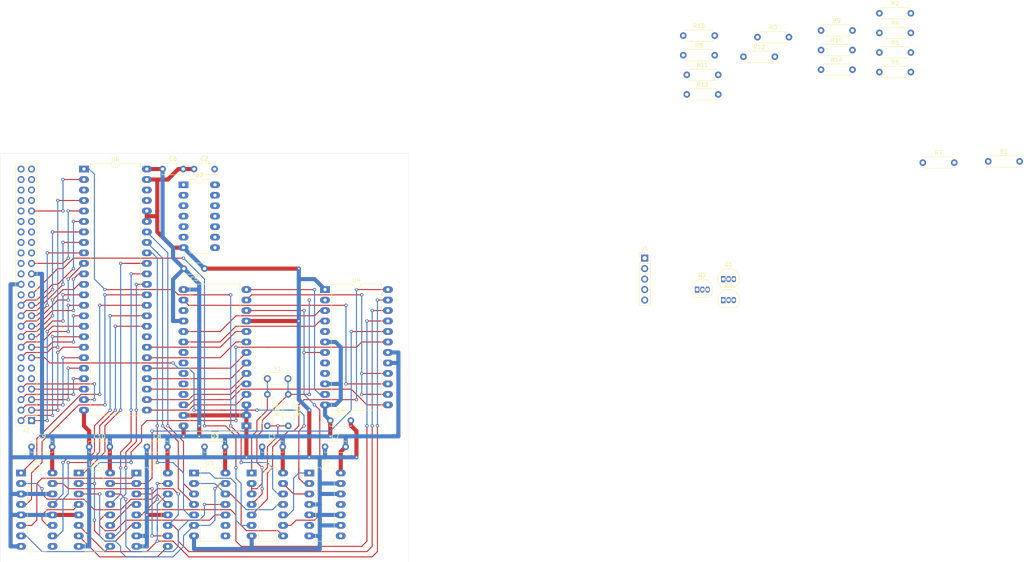
<source format=kicad_pcb>
(kicad_pcb (version 20171130) (host pcbnew "(5.1.6-0-10_14)")
  (layers (0 F.Cu signal) (31 B.Cu signal) (34 B.Paste user) (35 F.Paste user) (36 B.SilkS user) (37 F.SilkS user) (38 B.Mask user) (39 F.Mask user) (44 Edge.Cuts user))
  (net 0 "")
  (net 1 GND)
  (net 2 +5v)
  (net 3 "Net-(J1-Pad5)")
  (net 4 "Net-(J1-Pad4)")
  (net 5 "Net-(J1-Pad3)")
  (net 6 "Net-(J1-Pad2)")
  (net 7 "Net-(J1-Pad1)")
  (net 8 "Net-(J2-Pad50)")
  (net 9 "Net-(J2-Pad49)")
  (net 10 "Net-(J2-Pad48)")
  (net 11 "Net-(J2-Pad47)")
  (net 12 "Net-(J2-Pad46)")
  (net 13 "Net-(J2-Pad45)")
  (net 14 "Net-(J2-Pad44)")
  (net 15 "Net-(J2-Pad43)")
  (net 16 "Net-(J2-Pad42)")
  (net 17 R|~W)
  (net 18 "Net-(J2-Pad40)")
  (net 19 "Net-(J2-Pad39)")
  (net 20 "Net-(J2-Pad38)")
  (net 21 "Net-(J2-Pad37)")
  (net 22 "Net-(J2-Pad36)")
  (net 23 "Net-(J2-Pad35)")
  (net 24 "Net-(J2-Pad34)")
  (net 25 "Net-(J2-Pad33)")
  (net 26 "Net-(J2-Pad32)")
  (net 27 ~Read-Enable)
  (net 28 "Net-(J2-Pad30)")
  (net 29 "Net-(J2-Pad27)")
  (net 30 "Net-(J2-Pad26)")
  (net 31 ~Slot-Select)
  (net 32 /CA0)
  (net 33 /CA1)
  (net 34 /CA2)
  (net 35 /CA3)
  (net 36 /CA4)
  (net 37 /CA5)
  (net 38 /CA6)
  (net 39 /CA7)
  (net 40 /CA8)
  (net 41 /CA9)
  (net 42 /CA10)
  (net 43 /CA11)
  (net 44 "Net-(J2-Pad12)")
  (net 45 "Net-(J2-Pad11)")
  (net 46 "Net-(J2-Pad10)")
  (net 47 "Net-(J2-Pad9)")
  (net 48 /CD7)
  (net 49 /CD6)
  (net 50 /CD5)
  (net 51 /CD4)
  (net 52 /CD3)
  (net 53 /CD2)
  (net 54 /CD1)
  (net 55 /CD0)
  (net 56 "Net-(Q1-Pad3)")
  (net 57 "Net-(Q1-Pad2)")
  (net 58 "Net-(Q2-Pad3)")
  (net 59 "Net-(Q2-Pad2)")
  (net 60 "Net-(Q3-Pad3)")
  (net 61 "Net-(Q3-Pad2)")
  (net 62 "Net-(R1-Pad1)")
  (net 63 "Net-(R4-Pad2)")
  (net 64 "Net-(R6-Pad1)")
  (net 65 "Net-(R9-Pad2)")
  (net 66 "Net-(R11-Pad1)")
  (net 67 "Net-(R14-Pad2)")
  (net 68 "Net-(R16-Pad2)")
  (net 69 "Net-(R16-Pad1)")
  (net 70 "Net-(U1-Pad13)")
  (net 71 "Net-(U1-Pad6)")
  (net 72 "Net-(U1-Pad12)")
  (net 73 "Net-(U1-Pad5)")
  (net 74 "Net-(U1-Pad10)")
  (net 75 "Net-(U1-Pad9)")
  (net 76 "Net-(U1-Pad8)")
  (net 77 "Net-(U2-Pad12)")
  (net 78 "Net-(U2-Pad10)")
  (net 79 "Net-(U2-Pad8)")
  (net 80 "Net-(U10-Pad3)")
  (net 81 /A2)
  (net 82 "Net-(U10-Pad14)")
  (net 83 /A1)
  (net 84 "Net-(U10-Pad12)")
  (net 85 /A0)
  (net 86 "Net-(U3-Pad9)")
  (net 87 "Net-(U3-Pad8)")
  (net 88 /SA4)
  (net 89 "Net-(U4-Pad11)")
  (net 90 /SA3)
  (net 91 /SA2)
  (net 92 "Net-(U4-Pad9)")
  (net 93 /SA1)
  (net 94 "Net-(U4-Pad8)")
  (net 95 /SA0)
  (net 96 "Net-(U4-Pad14)")
  (net 97 "Net-(U4-Pad4)")
  (net 98 "Net-(U4-Pad15)")
  (net 99 "Net-(U4-Pad3)")
  (net 100 "Net-(U4-Pad13)")
  (net 101 "Net-(U5-Pad25)")
  (net 102 /D6)
  (net 103 /D5)
  (net 104 /D4)
  (net 105 /D3)
  (net 106 /D2)
  (net 107 /D1)
  (net 108 /D0)
  (net 109 "Net-(U5-Pad17)")
  (net 110 "Net-(U6-Pad45)")
  (net 111 /A3)
  (net 112 /A4)
  (net 113 /A5)
  (net 114 /A6)
  (net 115 /A7)
  (net 116 /A8)
  (net 117 /A9)
  (net 118 "Net-(U6-Pad32)")
  (net 119 "Net-(U6-Pad3)")
  (net 120 "Net-(U7-Pad6)")
  (net 121 "Net-(U7-Pad11)")
  (net 122 "Net-(U7-Pad8)")
  (net 123 "Net-(U8-Pad13)")
  (net 124 "Net-(U10-Pad11)")
  (net 125 "Net-(U8-Pad10)")
  (net 126 "Net-(U10-Pad7)")
  (net 127 "Net-(U8-Pad1)")
  (net 128 "Net-(U10-Pad9)")
  (net 129 "Net-(U10-Pad4)")
  (net 130 "Net-(U9-Pad9)")
  (net 131 "Net-(R17-Pad1)")
  (module Resistor_THT:R_Axial_DIN0207_L6.3mm_D2.5mm_P7.62mm_Horizontal (layer F.Cu) (at 343.36 -0.59)
    (fp_text reference R15 (at 3.81 -2.37) (layer F.SilkS))
    (fp_text value 82)
    (pad 2 thru_hole oval (at 7.62 0) (size 1.6 1.6) (drill 0.8) (layers *.Cu *.Mask) (net 1 GND))
    (pad 1 thru_hole circle (at 0 0) (size 1.6 1.6) (drill 0.8) (layers *.Cu *.Mask) (net 3 "Net-(J1-Pad5)"))
  )
  (module Resistor_THT:R_Axial_DIN0207_L6.3mm_D2.5mm_P7.62mm_Horizontal (layer F.Cu) (at 376.75 7.66)
    (fp_text reference R14 (at 3.81 -2.37) (layer F.SilkS))
    (fp_text value 470)
    (pad 2 thru_hole oval (at 7.62 0) (size 1.6 1.6) (drill 0.8) (layers *.Cu *.Mask) (net 67 "Net-(R14-Pad2)"))
    (pad 1 thru_hole circle (at 0 0) (size 1.6 1.6) (drill 0.8) (layers *.Cu *.Mask) (net 61 "Net-(Q3-Pad2)"))
  )
  (module Resistor_THT:R_Axial_DIN0207_L6.3mm_D2.5mm_P7.62mm_Horizontal (layer F.Cu) (at 344.21 13.66)
    (fp_text reference R13 (at 3.81 -2.37) (layer F.SilkS))
    (fp_text value 100)
    (pad 2 thru_hole oval (at 7.62 0) (size 1.6 1.6) (drill 0.8) (layers *.Cu *.Mask) (net 2 +5v))
    (pad 1 thru_hole circle (at 0 0) (size 1.6 1.6) (drill 0.8) (layers *.Cu *.Mask) (net 60 "Net-(Q3-Pad3)"))
  )
  (module Resistor_THT:R_Axial_DIN0207_L6.3mm_D2.5mm_P7.62mm_Horizontal (layer F.Cu) (at 357.94 4.53)
    (fp_text reference R12 (at 3.81 -2.37) (layer F.SilkS))
    (fp_text value 470)
    (pad 2 thru_hole oval (at 7.62 0) (size 1.6 1.6) (drill 0.8) (layers *.Cu *.Mask) (net 2 +5v))
    (pad 1 thru_hole circle (at 0 0) (size 1.6 1.6) (drill 0.8) (layers *.Cu *.Mask) (net 61 "Net-(Q3-Pad2)"))
  )
  (module Resistor_THT:R_Axial_DIN0207_L6.3mm_D2.5mm_P7.62mm_Horizontal (layer F.Cu) (at 344.21 8.91)
    (fp_text reference R11 (at 3.81 -2.37) (layer F.SilkS))
    (fp_text value 1k)
    (pad 2 thru_hole oval (at 7.62 0) (size 1.6 1.6) (drill 0.8) (layers *.Cu *.Mask) (net 2 +5v))
    (pad 1 thru_hole circle (at 0 0) (size 1.6 1.6) (drill 0.8) (layers *.Cu *.Mask) (net 66 "Net-(R11-Pad1)"))
  )
  (module Resistor_THT:R_Axial_DIN0207_L6.3mm_D2.5mm_P7.62mm_Horizontal (layer F.Cu) (at 376.75 2.91)
    (fp_text reference R10 (at 3.81 -2.37) (layer F.SilkS))
    (fp_text value 82)
    (pad 2 thru_hole oval (at 7.62 0) (size 1.6 1.6) (drill 0.8) (layers *.Cu *.Mask) (net 1 GND))
    (pad 1 thru_hole circle (at 0 0) (size 1.6 1.6) (drill 0.8) (layers *.Cu *.Mask) (net 4 "Net-(J1-Pad4)"))
  )
  (module Resistor_THT:R_Axial_DIN0207_L6.3mm_D2.5mm_P7.62mm_Horizontal (layer F.Cu) (at 376.75 -1.84)
    (fp_text reference R9 (at 3.81 -2.37) (layer F.SilkS))
    (fp_text value 470)
    (pad 2 thru_hole oval (at 7.62 0) (size 1.6 1.6) (drill 0.8) (layers *.Cu *.Mask) (net 65 "Net-(R9-Pad2)"))
    (pad 1 thru_hole circle (at 0 0) (size 1.6 1.6) (drill 0.8) (layers *.Cu *.Mask) (net 59 "Net-(Q2-Pad2)"))
  )
  (module Resistor_THT:R_Axial_DIN0207_L6.3mm_D2.5mm_P7.62mm_Horizontal (layer F.Cu) (at 343.36 4.16)
    (fp_text reference R8 (at 3.81 -2.37) (layer F.SilkS))
    (fp_text value 100)
    (pad 2 thru_hole oval (at 7.62 0) (size 1.6 1.6) (drill 0.8) (layers *.Cu *.Mask) (net 2 +5v))
    (pad 1 thru_hole circle (at 0 0) (size 1.6 1.6) (drill 0.8) (layers *.Cu *.Mask) (net 58 "Net-(Q2-Pad3)"))
  )
  (module Resistor_THT:R_Axial_DIN0207_L6.3mm_D2.5mm_P7.62mm_Horizontal (layer F.Cu) (at 401.41 30.19)
    (fp_text reference R7 (at 3.81 -2.37) (layer F.SilkS))
    (fp_text value 470)
    (pad 2 thru_hole oval (at 7.62 0) (size 1.6 1.6) (drill 0.8) (layers *.Cu *.Mask) (net 2 +5v))
    (pad 1 thru_hole circle (at 0 0) (size 1.6 1.6) (drill 0.8) (layers *.Cu *.Mask) (net 59 "Net-(Q2-Pad2)"))
  )
  (module Resistor_THT:R_Axial_DIN0207_L6.3mm_D2.5mm_P7.62mm_Horizontal (layer F.Cu) (at 390.89 8.25)
    (fp_text reference R6 (at 3.81 -2.37) (layer F.SilkS))
    (fp_text value 1k)
    (pad 2 thru_hole oval (at 7.62 0) (size 1.6 1.6) (drill 0.8) (layers *.Cu *.Mask) (net 2 +5v))
    (pad 1 thru_hole circle (at 0 0) (size 1.6 1.6) (drill 0.8) (layers *.Cu *.Mask) (net 64 "Net-(R6-Pad1)"))
  )
  (module Resistor_THT:R_Axial_DIN0207_L6.3mm_D2.5mm_P7.62mm_Horizontal (layer F.Cu) (at 390.89 3.5)
    (fp_text reference R5 (at 3.81 -2.37) (layer F.SilkS))
    (fp_text value 82)
    (pad 2 thru_hole oval (at 7.62 0) (size 1.6 1.6) (drill 0.8) (layers *.Cu *.Mask) (net 1 GND))
    (pad 1 thru_hole circle (at 0 0) (size 1.6 1.6) (drill 0.8) (layers *.Cu *.Mask) (net 5 "Net-(J1-Pad3)"))
  )
  (module Resistor_THT:R_Axial_DIN0207_L6.3mm_D2.5mm_P7.62mm_Horizontal (layer F.Cu) (at 390.89 -1.25)
    (fp_text reference R4 (at 3.81 -2.37) (layer F.SilkS))
    (fp_text value 470)
    (pad 2 thru_hole oval (at 7.62 0) (size 1.6 1.6) (drill 0.8) (layers *.Cu *.Mask) (net 63 "Net-(R4-Pad2)"))
    (pad 1 thru_hole circle (at 0 0) (size 1.6 1.6) (drill 0.8) (layers *.Cu *.Mask) (net 57 "Net-(Q1-Pad2)"))
  )
  (module Resistor_THT:R_Axial_DIN0207_L6.3mm_D2.5mm_P7.62mm_Horizontal (layer F.Cu) (at 361.34 -0.22)
    (fp_text reference R3 (at 3.81 -2.37) (layer F.SilkS))
    (fp_text value 100)
    (pad 2 thru_hole oval (at 7.62 0) (size 1.6 1.6) (drill 0.8) (layers *.Cu *.Mask) (net 2 +5v))
    (pad 1 thru_hole circle (at 0 0) (size 1.6 1.6) (drill 0.8) (layers *.Cu *.Mask) (net 56 "Net-(Q1-Pad3)"))
  )
  (module Resistor_THT:R_Axial_DIN0207_L6.3mm_D2.5mm_P7.62mm_Horizontal (layer F.Cu) (at 390.89 -6)
    (fp_text reference R2 (at 3.81 -2.37) (layer F.SilkS))
    (fp_text value 470)
    (pad 2 thru_hole oval (at 7.62 0) (size 1.6 1.6) (drill 0.8) (layers *.Cu *.Mask) (net 2 +5v))
    (pad 1 thru_hole circle (at 0 0) (size 1.6 1.6) (drill 0.8) (layers *.Cu *.Mask) (net 57 "Net-(Q1-Pad2)"))
  )
  (module Resistor_THT:R_Axial_DIN0207_L6.3mm_D2.5mm_P7.62mm_Horizontal (layer F.Cu) (at 417.26 29.89)
    (fp_text reference R1 (at 3.81 -2.37) (layer F.SilkS))
    (fp_text value 1k)
    (pad 2 thru_hole oval (at 7.62 0) (size 1.6 1.6) (drill 0.8) (layers *.Cu *.Mask) (net 2 +5v))
    (pad 1 thru_hole circle (at 0 0) (size 1.6 1.6) (drill 0.8) (layers *.Cu *.Mask) (net 62 "Net-(R1-Pad1)"))
  )
  (module Resistor_THT:R_Axial_DIN0207_L6.3mm_D2.5mm_P7.62mm_Horizontal (layer F.Cu) (at 247.65 86.36 270)
    (fp_text reference R17 (at 3.81 -2.37 90) (layer F.SilkS))
    (fp_text value 2k2)
    (pad 2 thru_hole oval (at 7.62 0 270) (size 1.6 1.6) (drill 0.8) (layers *.Cu *.Mask) (net 68 "Net-(R16-Pad2)"))
    (pad 1 thru_hole circle (at 0 0 270) (size 1.6 1.6) (drill 0.8) (layers *.Cu *.Mask) (net 131 "Net-(R17-Pad1)"))
  )
  (module Resistor_THT:R_Axial_DIN0207_L6.3mm_D2.5mm_P7.62mm_Horizontal (layer F.Cu) (at 242.57 86.36 270)
    (fp_text reference R16 (at 3.81 -2.37 90) (layer F.SilkS))
    (fp_text value 2k2)
    (pad 2 thru_hole oval (at 7.62 0 270) (size 1.6 1.6) (drill 0.8) (layers *.Cu *.Mask) (net 68 "Net-(R16-Pad2)"))
    (pad 1 thru_hole circle (at 0 0 270) (size 1.6 1.6) (drill 0.8) (layers *.Cu *.Mask) (net 69 "Net-(R16-Pad1)"))
  )
  (module Package_DIP:DIP-16_W7.62mm_LongPads (layer F.Cu) (at 210.82 105.41)
    (fp_text reference U8 (at 3.81 -2.33) (layer F.SilkS))
    (fp_text value 74HC283)
    (pad 16 thru_hole oval (at 7.62 0) (size 2.4 1.6) (drill 0.8) (layers *.Cu *.Mask) (net 2 +5v))
    (pad 8 thru_hole oval (at 0 17.78) (size 2.4 1.6) (drill 0.8) (layers *.Cu *.Mask) (net 1 GND))
    (pad 15 thru_hole oval (at 7.62 2.54) (size 2.4 1.6) (drill 0.8) (layers *.Cu *.Mask) (net 91 /SA2))
    (pad 7 thru_hole oval (at 0 15.24) (size 2.4 1.6) (drill 0.8) (layers *.Cu *.Mask) (net 1 GND))
    (pad 14 thru_hole oval (at 7.62 5.08) (size 2.4 1.6) (drill 0.8) (layers *.Cu *.Mask) (net 88 /SA4))
    (pad 6 thru_hole oval (at 0 12.7) (size 2.4 1.6) (drill 0.8) (layers *.Cu *.Mask) (net 95 /SA0))
    (pad 13 thru_hole oval (at 7.62 7.62) (size 2.4 1.6) (drill 0.8) (layers *.Cu *.Mask) (net 123 "Net-(U8-Pad13)"))
    (pad 5 thru_hole oval (at 0 10.16) (size 2.4 1.6) (drill 0.8) (layers *.Cu *.Mask) (net 91 /SA2))
    (pad 12 thru_hole oval (at 7.62 10.16) (size 2.4 1.6) (drill 0.8) (layers *.Cu *.Mask) (net 1 GND))
    (pad 4 thru_hole oval (at 0 7.62) (size 2.4 1.6) (drill 0.8) (layers *.Cu *.Mask) (net 124 "Net-(U10-Pad11)"))
    (pad 11 thru_hole oval (at 7.62 12.7) (size 2.4 1.6) (drill 0.8) (layers *.Cu *.Mask) (net 90 /SA3))
    (pad 3 thru_hole oval (at 0 5.08) (size 2.4 1.6) (drill 0.8) (layers *.Cu *.Mask) (net 90 /SA3))
    (pad 10 thru_hole oval (at 7.62 15.24) (size 2.4 1.6) (drill 0.8) (layers *.Cu *.Mask) (net 125 "Net-(U8-Pad10)"))
    (pad 2 thru_hole oval (at 0 2.54) (size 2.4 1.6) (drill 0.8) (layers *.Cu *.Mask) (net 93 /SA1))
    (pad 9 thru_hole oval (at 7.62 17.78) (size 2.4 1.6) (drill 0.8) (layers *.Cu *.Mask) (net 126 "Net-(U10-Pad7)"))
    (pad 1 thru_hole rect (at 0 0) (size 2.4 1.6) (drill 0.8) (layers *.Cu *.Mask) (net 127 "Net-(U8-Pad1)"))
  )
  (module Package_DIP:DIP-28_W15.24mm_LongPads (layer F.Cu) (at 237.49 93.98 180)
    (fp_text reference U5 (at 7.62 -2.33) (layer F.SilkS))
    (fp_text value SAA5050)
    (pad 28 thru_hole oval (at 15.24 0 180) (size 2.4 1.6) (drill 0.8) (layers *.Cu *.Mask) (net 2 +5v))
    (pad 14 thru_hole oval (at 0 33.02 180) (size 2.4 1.6) (drill 0.8) (layers *.Cu *.Mask) (net 89 "Net-(U4-Pad11)"))
    (pad 27 thru_hole oval (at 15.24 2.54 180) (size 2.4 1.6) (drill 0.8) (layers *.Cu *.Mask) (net 1 GND))
    (pad 13 thru_hole oval (at 0 30.48 180) (size 2.4 1.6) (drill 0.8) (layers *.Cu *.Mask) (net 96 "Net-(U4-Pad14)"))
    (pad 26 thru_hole oval (at 15.24 5.08 180) (size 2.4 1.6) (drill 0.8) (layers *.Cu *.Mask) (net 100 "Net-(U4-Pad13)"))
    (pad 12 thru_hole oval (at 0 27.94 180) (size 2.4 1.6) (drill 0.8) (layers *.Cu *.Mask) (net 75 "Net-(U1-Pad9)"))
    (pad 25 thru_hole oval (at 15.24 7.62 180) (size 2.4 1.6) (drill 0.8) (layers *.Cu *.Mask) (net 101 "Net-(U5-Pad25)"))
    (pad 11 thru_hole oval (at 0 25.4 180) (size 2.4 1.6) (drill 0.8) (layers *.Cu *.Mask) (net 1 GND))
    (pad 24 thru_hole oval (at 15.24 10.16 180) (size 2.4 1.6) (drill 0.8) (layers *.Cu *.Mask) (net 66 "Net-(R11-Pad1)"))
    (pad 10 thru_hole oval (at 0 22.86 180) (size 2.4 1.6) (drill 0.8) (layers *.Cu *.Mask) (net 102 /D6))
    (pad 23 thru_hole oval (at 15.24 12.7 180) (size 2.4 1.6) (drill 0.8) (layers *.Cu *.Mask) (net 64 "Net-(R6-Pad1)"))
    (pad 9 thru_hole oval (at 0 20.32 180) (size 2.4 1.6) (drill 0.8) (layers *.Cu *.Mask) (net 103 /D5))
    (pad 22 thru_hole oval (at 15.24 15.24 180) (size 2.4 1.6) (drill 0.8) (layers *.Cu *.Mask) (net 62 "Net-(R1-Pad1)"))
    (pad 8 thru_hole oval (at 0 17.78 180) (size 2.4 1.6) (drill 0.8) (layers *.Cu *.Mask) (net 104 /D4))
    (pad 21 thru_hole oval (at 15.24 17.78 180) (size 2.4 1.6) (drill 0.8) (layers *.Cu *.Mask) (net 6 "Net-(J1-Pad2)"))
    (pad 7 thru_hole oval (at 0 15.24 180) (size 2.4 1.6) (drill 0.8) (layers *.Cu *.Mask) (net 105 /D3))
    (pad 20 thru_hole oval (at 15.24 20.32 180) (size 2.4 1.6) (drill 0.8) (layers *.Cu *.Mask) (net 97 "Net-(U4-Pad4)"))
    (pad 6 thru_hole oval (at 0 12.7 180) (size 2.4 1.6) (drill 0.8) (layers *.Cu *.Mask) (net 106 /D2))
    (pad 19 thru_hole oval (at 15.24 22.86 180) (size 2.4 1.6) (drill 0.8) (layers *.Cu *.Mask) (net 99 "Net-(U4-Pad3)"))
    (pad 5 thru_hole oval (at 0 10.16 180) (size 2.4 1.6) (drill 0.8) (layers *.Cu *.Mask) (net 107 /D1))
    (pad 18 thru_hole oval (at 15.24 25.4 180) (size 2.4 1.6) (drill 0.8) (layers *.Cu *.Mask) (net 2 +5v))
    (pad 4 thru_hole oval (at 0 7.62 180) (size 2.4 1.6) (drill 0.8) (layers *.Cu *.Mask) (net 108 /D0))
    (pad 17 thru_hole oval (at 15.24 27.94 180) (size 2.4 1.6) (drill 0.8) (layers *.Cu *.Mask) (net 109 "Net-(U5-Pad17)"))
    (pad 3 thru_hole oval (at 0 5.08 180) (size 2.4 1.6) (drill 0.8) (layers *.Cu *.Mask) (net 1 GND))
    (pad 16 thru_hole oval (at 15.24 30.48 180) (size 2.4 1.6) (drill 0.8) (layers *.Cu *.Mask) (net 98 "Net-(U4-Pad15)"))
    (pad 2 thru_hole oval (at 0 2.54 180) (size 2.4 1.6) (drill 0.8) (layers *.Cu *.Mask) (net 1 GND))
    (pad 15 thru_hole oval (at 15.24 33.02 180) (size 2.4 1.6) (drill 0.8) (layers *.Cu *.Mask) (net 2 +5v))
    (pad 1 thru_hole rect (at 0 0 180) (size 2.4 1.6) (drill 0.8) (layers *.Cu *.Mask) (net 1 GND))
  )
  (module Package_DIP:DIP-48_W15.24mm_LongPads (layer F.Cu) (at 198.12 31.75)
    (fp_text reference U6 (at 7.62 -2.33) (layer F.SilkS))
    (fp_text value IDT7132)
    (pad 48 thru_hole oval (at 15.24 0) (size 2.4 1.6) (drill 0.8) (layers *.Cu *.Mask) (net 2 +5v))
    (pad 24 thru_hole oval (at 0 58.42) (size 2.4 1.6) (drill 0.8) (layers *.Cu *.Mask) (net 1 GND))
    (pad 47 thru_hole oval (at 15.24 2.54) (size 2.4 1.6) (drill 0.8) (layers *.Cu *.Mask) (net 1 GND))
    (pad 23 thru_hole oval (at 0 55.88) (size 2.4 1.6) (drill 0.8) (layers *.Cu *.Mask) (net 48 /CD7))
    (pad 46 thru_hole oval (at 15.24 5.08) (size 2.4 1.6) (drill 0.8) (layers *.Cu *.Mask) (net 2 +5v))
    (pad 22 thru_hole oval (at 0 53.34) (size 2.4 1.6) (drill 0.8) (layers *.Cu *.Mask) (net 49 /CD6))
    (pad 45 thru_hole oval (at 15.24 7.62) (size 2.4 1.6) (drill 0.8) (layers *.Cu *.Mask) (net 110 "Net-(U6-Pad45)"))
    (pad 21 thru_hole oval (at 0 50.8) (size 2.4 1.6) (drill 0.8) (layers *.Cu *.Mask) (net 50 /CD5))
    (pad 44 thru_hole oval (at 15.24 10.16) (size 2.4 1.6) (drill 0.8) (layers *.Cu *.Mask) (net 1 GND))
    (pad 20 thru_hole oval (at 0 48.26) (size 2.4 1.6) (drill 0.8) (layers *.Cu *.Mask) (net 51 /CD4))
    (pad 43 thru_hole oval (at 15.24 12.7) (size 2.4 1.6) (drill 0.8) (layers *.Cu *.Mask) (net 1 GND))
    (pad 19 thru_hole oval (at 0 45.72) (size 2.4 1.6) (drill 0.8) (layers *.Cu *.Mask) (net 52 /CD3))
    (pad 42 thru_hole oval (at 15.24 15.24) (size 2.4 1.6) (drill 0.8) (layers *.Cu *.Mask) (net 85 /A0))
    (pad 18 thru_hole oval (at 0 43.18) (size 2.4 1.6) (drill 0.8) (layers *.Cu *.Mask) (net 53 /CD2))
    (pad 41 thru_hole oval (at 15.24 17.78) (size 2.4 1.6) (drill 0.8) (layers *.Cu *.Mask) (net 83 /A1))
    (pad 17 thru_hole oval (at 0 40.64) (size 2.4 1.6) (drill 0.8) (layers *.Cu *.Mask) (net 54 /CD1))
    (pad 40 thru_hole oval (at 15.24 20.32) (size 2.4 1.6) (drill 0.8) (layers *.Cu *.Mask) (net 81 /A2))
    (pad 16 thru_hole oval (at 0 38.1) (size 2.4 1.6) (drill 0.8) (layers *.Cu *.Mask) (net 55 /CD0))
    (pad 39 thru_hole oval (at 15.24 22.86) (size 2.4 1.6) (drill 0.8) (layers *.Cu *.Mask) (net 111 /A3))
    (pad 15 thru_hole oval (at 0 35.56) (size 2.4 1.6) (drill 0.8) (layers *.Cu *.Mask) (net 41 /CA9))
    (pad 38 thru_hole oval (at 15.24 25.4) (size 2.4 1.6) (drill 0.8) (layers *.Cu *.Mask) (net 112 /A4))
    (pad 14 thru_hole oval (at 0 33.02) (size 2.4 1.6) (drill 0.8) (layers *.Cu *.Mask) (net 40 /CA8))
    (pad 37 thru_hole oval (at 15.24 27.94) (size 2.4 1.6) (drill 0.8) (layers *.Cu *.Mask) (net 113 /A5))
    (pad 13 thru_hole oval (at 0 30.48) (size 2.4 1.6) (drill 0.8) (layers *.Cu *.Mask) (net 39 /CA7))
    (pad 36 thru_hole oval (at 15.24 30.48) (size 2.4 1.6) (drill 0.8) (layers *.Cu *.Mask) (net 114 /A6))
    (pad 12 thru_hole oval (at 0 27.94) (size 2.4 1.6) (drill 0.8) (layers *.Cu *.Mask) (net 38 /CA6))
    (pad 35 thru_hole oval (at 15.24 33.02) (size 2.4 1.6) (drill 0.8) (layers *.Cu *.Mask) (net 115 /A7))
    (pad 11 thru_hole oval (at 0 25.4) (size 2.4 1.6) (drill 0.8) (layers *.Cu *.Mask) (net 37 /CA5))
    (pad 34 thru_hole oval (at 15.24 35.56) (size 2.4 1.6) (drill 0.8) (layers *.Cu *.Mask) (net 116 /A8))
    (pad 10 thru_hole oval (at 0 22.86) (size 2.4 1.6) (drill 0.8) (layers *.Cu *.Mask) (net 36 /CA4))
    (pad 33 thru_hole oval (at 15.24 38.1) (size 2.4 1.6) (drill 0.8) (layers *.Cu *.Mask) (net 117 /A9))
    (pad 9 thru_hole oval (at 0 20.32) (size 2.4 1.6) (drill 0.8) (layers *.Cu *.Mask) (net 35 /CA3))
    (pad 32 thru_hole oval (at 15.24 40.64) (size 2.4 1.6) (drill 0.8) (layers *.Cu *.Mask) (net 118 "Net-(U6-Pad32)"))
    (pad 8 thru_hole oval (at 0 17.78) (size 2.4 1.6) (drill 0.8) (layers *.Cu *.Mask) (net 34 /CA2))
    (pad 31 thru_hole oval (at 15.24 43.18) (size 2.4 1.6) (drill 0.8) (layers *.Cu *.Mask) (net 102 /D6))
    (pad 7 thru_hole oval (at 0 15.24) (size 2.4 1.6) (drill 0.8) (layers *.Cu *.Mask) (net 33 /CA1))
    (pad 30 thru_hole oval (at 15.24 45.72) (size 2.4 1.6) (drill 0.8) (layers *.Cu *.Mask) (net 103 /D5))
    (pad 6 thru_hole oval (at 0 12.7) (size 2.4 1.6) (drill 0.8) (layers *.Cu *.Mask) (net 32 /CA0))
    (pad 29 thru_hole oval (at 15.24 48.26) (size 2.4 1.6) (drill 0.8) (layers *.Cu *.Mask) (net 104 /D4))
    (pad 5 thru_hole oval (at 0 10.16) (size 2.4 1.6) (drill 0.8) (layers *.Cu *.Mask) (net 27 ~Read-Enable))
    (pad 28 thru_hole oval (at 15.24 50.8) (size 2.4 1.6) (drill 0.8) (layers *.Cu *.Mask) (net 105 /D3))
    (pad 4 thru_hole oval (at 0 7.62) (size 2.4 1.6) (drill 0.8) (layers *.Cu *.Mask) (net 42 /CA10))
    (pad 27 thru_hole oval (at 15.24 53.34) (size 2.4 1.6) (drill 0.8) (layers *.Cu *.Mask) (net 106 /D2))
    (pad 3 thru_hole oval (at 0 5.08) (size 2.4 1.6) (drill 0.8) (layers *.Cu *.Mask) (net 119 "Net-(U6-Pad3)"))
    (pad 26 thru_hole oval (at 15.24 55.88) (size 2.4 1.6) (drill 0.8) (layers *.Cu *.Mask) (net 107 /D1))
    (pad 2 thru_hole oval (at 0 2.54) (size 2.4 1.6) (drill 0.8) (layers *.Cu *.Mask) (net 17 R|~W))
    (pad 25 thru_hole oval (at 15.24 58.42) (size 2.4 1.6) (drill 0.8) (layers *.Cu *.Mask) (net 108 /D0))
    (pad 1 thru_hole rect (at 0 0) (size 2.4 1.6) (drill 0.8) (layers *.Cu *.Mask) (net 72 "Net-(U1-Pad12)"))
  )
  (module Capacitor_THT:C_Disc_D5.0mm_W2.5mm_P5.00mm (layer F.Cu) (at 199.39 99.06)
    (fp_text reference C10 (at 2.5 -2.5) (layer F.SilkS))
    (fp_text value 0.1uF)
    (pad 2 thru_hole circle (at 5 0) (size 1.6 1.6) (drill 0.8) (layers *.Cu *.Mask) (net 2 +5v))
    (pad 1 thru_hole circle (at 0 0) (size 1.6 1.6) (drill 0.8) (layers *.Cu *.Mask) (net 1 GND))
  )
  (module Crystal:Resonator-2Pin_W7.0mm_H2.5mm (layer F.Cu) (at 242.57 82.55)
    (fp_text reference Y1 (at 2.5 -2.45) (layer F.SilkS))
    (fp_text value 6MHz)
    (pad 2 thru_hole circle (at 5 0) (size 1.7 1.7) (drill 1) (layers *.Cu *.Mask) (net 131 "Net-(R17-Pad1)"))
    (pad 1 thru_hole circle (at 0 0) (size 1.7 1.7) (drill 1) (layers *.Cu *.Mask) (net 69 "Net-(R16-Pad1)"))
  )
  (module Package_DIP:DIP-16_W7.62mm_LongPads (layer F.Cu) (at 196.85 105.41)
    (fp_text reference U10 (at 3.81 -2.33) (layer F.SilkS))
    (fp_text value 74HC283)
    (pad 16 thru_hole oval (at 7.62 0) (size 2.4 1.6) (drill 0.8) (layers *.Cu *.Mask) (net 2 +5v))
    (pad 8 thru_hole oval (at 0 17.78) (size 2.4 1.6) (drill 0.8) (layers *.Cu *.Mask) (net 1 GND))
    (pad 15 thru_hole oval (at 7.62 2.54) (size 2.4 1.6) (drill 0.8) (layers *.Cu *.Mask) (net 93 /SA1))
    (pad 7 thru_hole oval (at 0 15.24) (size 2.4 1.6) (drill 0.8) (layers *.Cu *.Mask) (net 126 "Net-(U10-Pad7)"))
    (pad 14 thru_hole oval (at 7.62 5.08) (size 2.4 1.6) (drill 0.8) (layers *.Cu *.Mask) (net 82 "Net-(U10-Pad14)"))
    (pad 6 thru_hole oval (at 0 12.7) (size 2.4 1.6) (drill 0.8) (layers *.Cu *.Mask) (net 88 /SA4))
    (pad 13 thru_hole oval (at 7.62 7.62) (size 2.4 1.6) (drill 0.8) (layers *.Cu *.Mask) (net 112 /A4))
    (pad 5 thru_hole oval (at 0 10.16) (size 2.4 1.6) (drill 0.8) (layers *.Cu *.Mask) (net 1 GND))
    (pad 12 thru_hole oval (at 7.62 10.16) (size 2.4 1.6) (drill 0.8) (layers *.Cu *.Mask) (net 84 "Net-(U10-Pad12)"))
    (pad 4 thru_hole oval (at 0 7.62) (size 2.4 1.6) (drill 0.8) (layers *.Cu *.Mask) (net 129 "Net-(U10-Pad4)"))
    (pad 11 thru_hole oval (at 7.62 12.7) (size 2.4 1.6) (drill 0.8) (layers *.Cu *.Mask) (net 124 "Net-(U10-Pad11)"))
    (pad 3 thru_hole oval (at 0 5.08) (size 2.4 1.6) (drill 0.8) (layers *.Cu *.Mask) (net 80 "Net-(U10-Pad3)"))
    (pad 10 thru_hole oval (at 7.62 15.24) (size 2.4 1.6) (drill 0.8) (layers *.Cu *.Mask) (net 113 /A5))
    (pad 2 thru_hole oval (at 0 2.54) (size 2.4 1.6) (drill 0.8) (layers *.Cu *.Mask) (net 95 /SA0))
    (pad 9 thru_hole oval (at 7.62 17.78) (size 2.4 1.6) (drill 0.8) (layers *.Cu *.Mask) (net 128 "Net-(U10-Pad9)"))
    (pad 1 thru_hole rect (at 0 0) (size 2.4 1.6) (drill 0.8) (layers *.Cu *.Mask) (net 111 /A3))
  )
  (module Package_DIP:DIP-16_W7.62mm_LongPads (layer F.Cu) (at 182.88 105.41)
    (fp_text reference U9 (at 3.81 -2.33) (layer F.SilkS))
    (fp_text value 74HC283)
    (pad 16 thru_hole oval (at 7.62 0) (size 2.4 1.6) (drill 0.8) (layers *.Cu *.Mask) (net 2 +5v))
    (pad 8 thru_hole oval (at 0 17.78) (size 2.4 1.6) (drill 0.8) (layers *.Cu *.Mask) (net 1 GND))
    (pad 15 thru_hole oval (at 7.62 2.54) (size 2.4 1.6) (drill 0.8) (layers *.Cu *.Mask) (net 125 "Net-(U8-Pad10)"))
    (pad 7 thru_hole oval (at 0 15.24) (size 2.4 1.6) (drill 0.8) (layers *.Cu *.Mask) (net 128 "Net-(U10-Pad9)"))
    (pad 14 thru_hole oval (at 7.62 5.08) (size 2.4 1.6) (drill 0.8) (layers *.Cu *.Mask) (net 1 GND))
    (pad 6 thru_hole oval (at 0 12.7) (size 2.4 1.6) (drill 0.8) (layers *.Cu *.Mask) (net 127 "Net-(U8-Pad1)"))
    (pad 13 thru_hole oval (at 7.62 7.62) (size 2.4 1.6) (drill 0.8) (layers *.Cu *.Mask) (net 116 /A8))
    (pad 5 thru_hole oval (at 0 10.16) (size 2.4 1.6) (drill 0.8) (layers *.Cu *.Mask) (net 1 GND))
    (pad 12 thru_hole oval (at 7.62 10.16) (size 2.4 1.6) (drill 0.8) (layers *.Cu *.Mask) (net 1 GND))
    (pad 4 thru_hole oval (at 0 7.62) (size 2.4 1.6) (drill 0.8) (layers *.Cu *.Mask) (net 114 /A6))
    (pad 11 thru_hole oval (at 7.62 12.7) (size 2.4 1.6) (drill 0.8) (layers *.Cu *.Mask) (net 129 "Net-(U10-Pad4)"))
    (pad 3 thru_hole oval (at 0 5.08) (size 2.4 1.6) (drill 0.8) (layers *.Cu *.Mask) (net 1 GND))
    (pad 10 thru_hole oval (at 7.62 15.24) (size 2.4 1.6) (drill 0.8) (layers *.Cu *.Mask) (net 117 /A9))
    (pad 2 thru_hole oval (at 0 2.54) (size 2.4 1.6) (drill 0.8) (layers *.Cu *.Mask) (net 123 "Net-(U8-Pad13)"))
    (pad 9 thru_hole oval (at 7.62 17.78) (size 2.4 1.6) (drill 0.8) (layers *.Cu *.Mask) (net 130 "Net-(U9-Pad9)"))
    (pad 1 thru_hole rect (at 0 0) (size 2.4 1.6) (drill 0.8) (layers *.Cu *.Mask) (net 115 /A7))
  )
  (module Package_DIP:DIP-14_W7.62mm_LongPads (layer F.Cu) (at 252.73 105.41)
    (fp_text reference U7 (at 3.81 -2.33) (layer F.SilkS))
    (fp_text value 74HC08)
    (pad 14 thru_hole oval (at 7.62 0) (size 2.4 1.6) (drill 0.8) (layers *.Cu *.Mask) (net 2 +5v))
    (pad 7 thru_hole oval (at 0 15.24) (size 2.4 1.6) (drill 0.8) (layers *.Cu *.Mask) (net 1 GND))
    (pad 13 thru_hole oval (at 7.62 2.54) (size 2.4 1.6) (drill 0.8) (layers *.Cu *.Mask) (net 1 GND))
    (pad 6 thru_hole oval (at 0 12.7) (size 2.4 1.6) (drill 0.8) (layers *.Cu *.Mask) (net 120 "Net-(U7-Pad6)"))
    (pad 12 thru_hole oval (at 7.62 5.08) (size 2.4 1.6) (drill 0.8) (layers *.Cu *.Mask) (net 1 GND))
    (pad 5 thru_hole oval (at 0 10.16) (size 2.4 1.6) (drill 0.8) (layers *.Cu *.Mask) (net 1 GND))
    (pad 11 thru_hole oval (at 7.62 7.62) (size 2.4 1.6) (drill 0.8) (layers *.Cu *.Mask) (net 121 "Net-(U7-Pad11)"))
    (pad 4 thru_hole oval (at 0 7.62) (size 2.4 1.6) (drill 0.8) (layers *.Cu *.Mask) (net 1 GND))
    (pad 10 thru_hole oval (at 7.62 10.16) (size 2.4 1.6) (drill 0.8) (layers *.Cu *.Mask) (net 1 GND))
    (pad 3 thru_hole oval (at 0 5.08) (size 2.4 1.6) (drill 0.8) (layers *.Cu *.Mask) (net 70 "Net-(U1-Pad13)"))
    (pad 9 thru_hole oval (at 7.62 12.7) (size 2.4 1.6) (drill 0.8) (layers *.Cu *.Mask) (net 1 GND))
    (pad 2 thru_hole oval (at 0 2.54) (size 2.4 1.6) (drill 0.8) (layers *.Cu *.Mask) (net 43 /CA11))
    (pad 8 thru_hole oval (at 7.62 15.24) (size 2.4 1.6) (drill 0.8) (layers *.Cu *.Mask) (net 122 "Net-(U7-Pad8)"))
    (pad 1 thru_hole rect (at 0 0) (size 2.4 1.6) (drill 0.8) (layers *.Cu *.Mask) (net 74 "Net-(U1-Pad10)"))
  )
  (module Package_DIP:DIP-24_W15.24mm_LongPads (layer F.Cu) (at 256.54 60.96)
    (fp_text reference U4 (at 7.62 -2.33) (layer F.SilkS))
    (fp_text value SAA5020)
    (pad 24 thru_hole oval (at 15.24 0) (size 2.4 1.6) (drill 0.8) (layers *.Cu *.Mask) (net 73 "Net-(U1-Pad5)"))
    (pad 12 thru_hole oval (at 0 27.94) (size 2.4 1.6) (drill 0.8) (layers *.Cu *.Mask) (net 2 +5v))
    (pad 23 thru_hole oval (at 15.24 2.54) (size 2.4 1.6) (drill 0.8) (layers *.Cu *.Mask) (net 88 /SA4))
    (pad 11 thru_hole oval (at 0 25.4) (size 2.4 1.6) (drill 0.8) (layers *.Cu *.Mask) (net 89 "Net-(U4-Pad11)"))
    (pad 22 thru_hole oval (at 15.24 5.08) (size 2.4 1.6) (drill 0.8) (layers *.Cu *.Mask) (net 90 /SA3))
    (pad 10 thru_hole oval (at 0 22.86) (size 2.4 1.6) (drill 0.8) (layers *.Cu *.Mask) (net 2 +5v))
    (pad 21 thru_hole oval (at 15.24 7.62) (size 2.4 1.6) (drill 0.8) (layers *.Cu *.Mask) (net 91 /SA2))
    (pad 9 thru_hole oval (at 0 20.32) (size 2.4 1.6) (drill 0.8) (layers *.Cu *.Mask) (net 92 "Net-(U4-Pad9)"))
    (pad 20 thru_hole oval (at 15.24 10.16) (size 2.4 1.6) (drill 0.8) (layers *.Cu *.Mask) (net 93 /SA1))
    (pad 8 thru_hole oval (at 0 17.78) (size 2.4 1.6) (drill 0.8) (layers *.Cu *.Mask) (net 94 "Net-(U4-Pad8)"))
    (pad 19 thru_hole oval (at 15.24 12.7) (size 2.4 1.6) (drill 0.8) (layers *.Cu *.Mask) (net 95 /SA0))
    (pad 7 thru_hole oval (at 0 15.24) (size 2.4 1.6) (drill 0.8) (layers *.Cu *.Mask) (net 75 "Net-(U1-Pad9)"))
    (pad 18 thru_hole oval (at 15.24 15.24) (size 2.4 1.6) (drill 0.8) (layers *.Cu *.Mask) (net 2 +5v))
    (pad 6 thru_hole oval (at 0 12.7) (size 2.4 1.6) (drill 0.8) (layers *.Cu *.Mask) (net 2 +5v))
    (pad 17 thru_hole oval (at 15.24 17.78) (size 2.4 1.6) (drill 0.8) (layers *.Cu *.Mask) (net 2 +5v))
    (pad 5 thru_hole oval (at 0 10.16) (size 2.4 1.6) (drill 0.8) (layers *.Cu *.Mask) (net 7 "Net-(J1-Pad1)"))
    (pad 16 thru_hole oval (at 15.24 20.32) (size 2.4 1.6) (drill 0.8) (layers *.Cu *.Mask) (net 96 "Net-(U4-Pad14)"))
    (pad 4 thru_hole oval (at 0 7.62) (size 2.4 1.6) (drill 0.8) (layers *.Cu *.Mask) (net 97 "Net-(U4-Pad4)"))
    (pad 15 thru_hole oval (at 15.24 22.86) (size 2.4 1.6) (drill 0.8) (layers *.Cu *.Mask) (net 98 "Net-(U4-Pad15)"))
    (pad 3 thru_hole oval (at 0 5.08) (size 2.4 1.6) (drill 0.8) (layers *.Cu *.Mask) (net 99 "Net-(U4-Pad3)"))
    (pad 14 thru_hole oval (at 15.24 25.4) (size 2.4 1.6) (drill 0.8) (layers *.Cu *.Mask) (net 96 "Net-(U4-Pad14)"))
    (pad 2 thru_hole oval (at 0 2.54) (size 2.4 1.6) (drill 0.8) (layers *.Cu *.Mask) (net 131 "Net-(R17-Pad1)"))
    (pad 13 thru_hole oval (at 15.24 27.94) (size 2.4 1.6) (drill 0.8) (layers *.Cu *.Mask) (net 100 "Net-(U4-Pad13)"))
    (pad 1 thru_hole rect (at 0 0) (size 2.4 1.6) (drill 0.8) (layers *.Cu *.Mask) (net 1 GND))
  )
  (module Package_DIP:DIP-14_W7.62mm_LongPads (layer F.Cu) (at 224.79 105.41)
    (fp_text reference U3 (at 3.81 -2.33) (layer F.SilkS))
    (fp_text value 74HC393)
    (pad 14 thru_hole oval (at 7.62 0) (size 2.4 1.6) (drill 0.8) (layers *.Cu *.Mask) (net 2 +5v))
    (pad 7 thru_hole oval (at 0 15.24) (size 2.4 1.6) (drill 0.8) (layers *.Cu *.Mask) (net 1 GND))
    (pad 13 thru_hole oval (at 7.62 2.54) (size 2.4 1.6) (drill 0.8) (layers *.Cu *.Mask) (net 80 "Net-(U10-Pad3)"))
    (pad 6 thru_hole oval (at 0 12.7) (size 2.4 1.6) (drill 0.8) (layers *.Cu *.Mask) (net 80 "Net-(U10-Pad3)"))
    (pad 12 thru_hole oval (at 7.62 5.08) (size 2.4 1.6) (drill 0.8) (layers *.Cu *.Mask) (net 76 "Net-(U1-Pad8)"))
    (pad 5 thru_hole oval (at 0 10.16) (size 2.4 1.6) (drill 0.8) (layers *.Cu *.Mask) (net 81 /A2))
    (pad 11 thru_hole oval (at 7.62 7.62) (size 2.4 1.6) (drill 0.8) (layers *.Cu *.Mask) (net 82 "Net-(U10-Pad14)"))
    (pad 4 thru_hole oval (at 0 7.62) (size 2.4 1.6) (drill 0.8) (layers *.Cu *.Mask) (net 83 /A1))
    (pad 10 thru_hole oval (at 7.62 10.16) (size 2.4 1.6) (drill 0.8) (layers *.Cu *.Mask) (net 84 "Net-(U10-Pad12)"))
    (pad 3 thru_hole oval (at 0 5.08) (size 2.4 1.6) (drill 0.8) (layers *.Cu *.Mask) (net 85 /A0))
    (pad 9 thru_hole oval (at 7.62 12.7) (size 2.4 1.6) (drill 0.8) (layers *.Cu *.Mask) (net 86 "Net-(U3-Pad9)"))
    (pad 2 thru_hole oval (at 0 2.54) (size 2.4 1.6) (drill 0.8) (layers *.Cu *.Mask) (net 76 "Net-(U1-Pad8)"))
    (pad 8 thru_hole oval (at 7.62 15.24) (size 2.4 1.6) (drill 0.8) (layers *.Cu *.Mask) (net 87 "Net-(U3-Pad8)"))
    (pad 1 thru_hole rect (at 0 0) (size 2.4 1.6) (drill 0.8) (layers *.Cu *.Mask) (net 71 "Net-(U1-Pad6)"))
  )
  (module Package_DIP:DIP-14_W7.62mm_LongPads (layer F.Cu) (at 222.25 35.56)
    (fp_text reference U2 (at 3.81 -2.33) (layer F.SilkS))
    (fp_text value 74HC04)
    (pad 14 thru_hole oval (at 7.62 0) (size 2.4 1.6) (drill 0.8) (layers *.Cu *.Mask) (net 2 +5v))
    (pad 7 thru_hole oval (at 0 15.24) (size 2.4 1.6) (drill 0.8) (layers *.Cu *.Mask) (net 1 GND))
    (pad 13 thru_hole oval (at 7.62 2.54) (size 2.4 1.6) (drill 0.8) (layers *.Cu *.Mask) (net 2 +5v))
    (pad 6 thru_hole oval (at 0 12.7) (size 2.4 1.6) (drill 0.8) (layers *.Cu *.Mask) (net 67 "Net-(R14-Pad2)"))
    (pad 12 thru_hole oval (at 7.62 5.08) (size 2.4 1.6) (drill 0.8) (layers *.Cu *.Mask) (net 77 "Net-(U2-Pad12)"))
    (pad 5 thru_hole oval (at 0 10.16) (size 2.4 1.6) (drill 0.8) (layers *.Cu *.Mask) (net 66 "Net-(R11-Pad1)"))
    (pad 11 thru_hole oval (at 7.62 7.62) (size 2.4 1.6) (drill 0.8) (layers *.Cu *.Mask) (net 2 +5v))
    (pad 4 thru_hole oval (at 0 7.62) (size 2.4 1.6) (drill 0.8) (layers *.Cu *.Mask) (net 65 "Net-(R9-Pad2)"))
    (pad 10 thru_hole oval (at 7.62 10.16) (size 2.4 1.6) (drill 0.8) (layers *.Cu *.Mask) (net 78 "Net-(U2-Pad10)"))
    (pad 3 thru_hole oval (at 0 5.08) (size 2.4 1.6) (drill 0.8) (layers *.Cu *.Mask) (net 64 "Net-(R6-Pad1)"))
    (pad 9 thru_hole oval (at 7.62 12.7) (size 2.4 1.6) (drill 0.8) (layers *.Cu *.Mask) (net 2 +5v))
    (pad 2 thru_hole oval (at 0 2.54) (size 2.4 1.6) (drill 0.8) (layers *.Cu *.Mask) (net 63 "Net-(R4-Pad2)"))
    (pad 8 thru_hole oval (at 7.62 15.24) (size 2.4 1.6) (drill 0.8) (layers *.Cu *.Mask) (net 79 "Net-(U2-Pad8)"))
    (pad 1 thru_hole rect (at 0 0) (size 2.4 1.6) (drill 0.8) (layers *.Cu *.Mask) (net 62 "Net-(R1-Pad1)"))
  )
  (module Package_DIP:DIP-14_W7.62mm_LongPads (layer F.Cu) (at 238.76 105.41)
    (fp_text reference U1 (at 3.81 -2.33) (layer F.SilkS))
    (fp_text value 74HC04)
    (pad 14 thru_hole oval (at 7.62 0) (size 2.4 1.6) (drill 0.8) (layers *.Cu *.Mask) (net 2 +5v))
    (pad 7 thru_hole oval (at 0 15.24) (size 2.4 1.6) (drill 0.8) (layers *.Cu *.Mask) (net 1 GND))
    (pad 13 thru_hole oval (at 7.62 2.54) (size 2.4 1.6) (drill 0.8) (layers *.Cu *.Mask) (net 70 "Net-(U1-Pad13)"))
    (pad 6 thru_hole oval (at 0 12.7) (size 2.4 1.6) (drill 0.8) (layers *.Cu *.Mask) (net 71 "Net-(U1-Pad6)"))
    (pad 12 thru_hole oval (at 7.62 5.08) (size 2.4 1.6) (drill 0.8) (layers *.Cu *.Mask) (net 72 "Net-(U1-Pad12)"))
    (pad 5 thru_hole oval (at 0 10.16) (size 2.4 1.6) (drill 0.8) (layers *.Cu *.Mask) (net 73 "Net-(U1-Pad5)"))
    (pad 11 thru_hole oval (at 7.62 7.62) (size 2.4 1.6) (drill 0.8) (layers *.Cu *.Mask) (net 31 ~Slot-Select))
    (pad 4 thru_hole oval (at 0 7.62) (size 2.4 1.6) (drill 0.8) (layers *.Cu *.Mask) (net 131 "Net-(R17-Pad1)"))
    (pad 10 thru_hole oval (at 7.62 10.16) (size 2.4 1.6) (drill 0.8) (layers *.Cu *.Mask) (net 74 "Net-(U1-Pad10)"))
    (pad 3 thru_hole oval (at 0 5.08) (size 2.4 1.6) (drill 0.8) (layers *.Cu *.Mask) (net 68 "Net-(R16-Pad2)"))
    (pad 9 thru_hole oval (at 7.62 12.7) (size 2.4 1.6) (drill 0.8) (layers *.Cu *.Mask) (net 75 "Net-(U1-Pad9)"))
    (pad 2 thru_hole oval (at 0 2.54) (size 2.4 1.6) (drill 0.8) (layers *.Cu *.Mask) (net 68 "Net-(R16-Pad2)"))
    (pad 8 thru_hole oval (at 7.62 15.24) (size 2.4 1.6) (drill 0.8) (layers *.Cu *.Mask) (net 76 "Net-(U1-Pad8)"))
    (pad 1 thru_hole rect (at 0 0) (size 2.4 1.6) (drill 0.8) (layers *.Cu *.Mask) (net 69 "Net-(R16-Pad1)"))
  )
  (module Package_TO_SOT_THT:TO-92_Inline (layer F.Cu) (at 353.06 63.5)
    (fp_text reference Q3 (at 1.27 -3.56) (layer F.SilkS))
    (fp_text value BC557)
    (pad 1 thru_hole rect (at 0 0) (size 1.05 1.5) (drill 0.75) (layers *.Cu *.Mask) (net 3 "Net-(J1-Pad5)"))
    (pad 3 thru_hole oval (at 2.54 0) (size 1.05 1.5) (drill 0.75) (layers *.Cu *.Mask) (net 60 "Net-(Q3-Pad3)"))
    (pad 2 thru_hole oval (at 1.27 0) (size 1.05 1.5) (drill 0.75) (layers *.Cu *.Mask) (net 61 "Net-(Q3-Pad2)"))
  )
  (module Package_TO_SOT_THT:TO-92_Inline (layer F.Cu) (at 346.71 60.96)
    (fp_text reference Q2 (at 1.27 -3.56) (layer F.SilkS))
    (fp_text value BC557)
    (pad 1 thru_hole rect (at 0 0) (size 1.05 1.5) (drill 0.75) (layers *.Cu *.Mask) (net 4 "Net-(J1-Pad4)"))
    (pad 3 thru_hole oval (at 2.54 0) (size 1.05 1.5) (drill 0.75) (layers *.Cu *.Mask) (net 58 "Net-(Q2-Pad3)"))
    (pad 2 thru_hole oval (at 1.27 0) (size 1.05 1.5) (drill 0.75) (layers *.Cu *.Mask) (net 59 "Net-(Q2-Pad2)"))
  )
  (module Package_TO_SOT_THT:TO-92_Inline (layer F.Cu) (at 353.06 58.42)
    (fp_text reference Q1 (at 1.27 -3.56) (layer F.SilkS))
    (fp_text value BC557)
    (pad 1 thru_hole rect (at 0 0) (size 1.05 1.5) (drill 0.75) (layers *.Cu *.Mask) (net 5 "Net-(J1-Pad3)"))
    (pad 3 thru_hole oval (at 2.54 0) (size 1.05 1.5) (drill 0.75) (layers *.Cu *.Mask) (net 56 "Net-(Q1-Pad3)"))
    (pad 2 thru_hole oval (at 1.27 0) (size 1.05 1.5) (drill 0.75) (layers *.Cu *.Mask) (net 57 "Net-(Q1-Pad2)"))
  )
  (module Connector_PinHeader_2.54mm:PinHeader_2x25_P2.54mm_Vertical (layer F.Cu) (at 185.42 92.71 180)
    (fp_text reference J2 (at 1.27 -2.33) (layer F.SilkS))
    (fp_text value "To Computer")
    (pad 50 thru_hole oval (at 2.54 60.96 180) (size 1.7 1.7) (drill 1) (layers *.Cu *.Mask) (net 8 "Net-(J2-Pad50)"))
    (pad 49 thru_hole oval (at 0 60.96 180) (size 1.7 1.7) (drill 1) (layers *.Cu *.Mask) (net 9 "Net-(J2-Pad49)"))
    (pad 48 thru_hole oval (at 2.54 58.42 180) (size 1.7 1.7) (drill 1) (layers *.Cu *.Mask) (net 10 "Net-(J2-Pad48)"))
    (pad 47 thru_hole oval (at 0 58.42 180) (size 1.7 1.7) (drill 1) (layers *.Cu *.Mask) (net 11 "Net-(J2-Pad47)"))
    (pad 46 thru_hole oval (at 2.54 55.88 180) (size 1.7 1.7) (drill 1) (layers *.Cu *.Mask) (net 12 "Net-(J2-Pad46)"))
    (pad 45 thru_hole oval (at 0 55.88 180) (size 1.7 1.7) (drill 1) (layers *.Cu *.Mask) (net 13 "Net-(J2-Pad45)"))
    (pad 44 thru_hole oval (at 2.54 53.34 180) (size 1.7 1.7) (drill 1) (layers *.Cu *.Mask) (net 14 "Net-(J2-Pad44)"))
    (pad 43 thru_hole oval (at 0 53.34 180) (size 1.7 1.7) (drill 1) (layers *.Cu *.Mask) (net 15 "Net-(J2-Pad43)"))
    (pad 42 thru_hole oval (at 2.54 50.8 180) (size 1.7 1.7) (drill 1) (layers *.Cu *.Mask) (net 16 "Net-(J2-Pad42)"))
    (pad 41 thru_hole oval (at 0 50.8 180) (size 1.7 1.7) (drill 1) (layers *.Cu *.Mask) (net 17 R|~W))
    (pad 40 thru_hole oval (at 2.54 48.26 180) (size 1.7 1.7) (drill 1) (layers *.Cu *.Mask) (net 18 "Net-(J2-Pad40)"))
    (pad 39 thru_hole oval (at 0 48.26 180) (size 1.7 1.7) (drill 1) (layers *.Cu *.Mask) (net 19 "Net-(J2-Pad39)"))
    (pad 38 thru_hole oval (at 2.54 45.72 180) (size 1.7 1.7) (drill 1) (layers *.Cu *.Mask) (net 20 "Net-(J2-Pad38)"))
    (pad 37 thru_hole oval (at 0 45.72 180) (size 1.7 1.7) (drill 1) (layers *.Cu *.Mask) (net 21 "Net-(J2-Pad37)"))
    (pad 36 thru_hole oval (at 2.54 43.18 180) (size 1.7 1.7) (drill 1) (layers *.Cu *.Mask) (net 22 "Net-(J2-Pad36)"))
    (pad 35 thru_hole oval (at 0 43.18 180) (size 1.7 1.7) (drill 1) (layers *.Cu *.Mask) (net 23 "Net-(J2-Pad35)"))
    (pad 34 thru_hole oval (at 2.54 40.64 180) (size 1.7 1.7) (drill 1) (layers *.Cu *.Mask) (net 24 "Net-(J2-Pad34)"))
    (pad 33 thru_hole oval (at 0 40.64 180) (size 1.7 1.7) (drill 1) (layers *.Cu *.Mask) (net 25 "Net-(J2-Pad33)"))
    (pad 32 thru_hole oval (at 2.54 38.1 180) (size 1.7 1.7) (drill 1) (layers *.Cu *.Mask) (net 26 "Net-(J2-Pad32)"))
    (pad 31 thru_hole oval (at 0 38.1 180) (size 1.7 1.7) (drill 1) (layers *.Cu *.Mask) (net 27 ~Read-Enable))
    (pad 30 thru_hole oval (at 2.54 35.56 180) (size 1.7 1.7) (drill 1) (layers *.Cu *.Mask) (net 28 "Net-(J2-Pad30)"))
    (pad 29 thru_hole oval (at 0 35.56 180) (size 1.7 1.7) (drill 1) (layers *.Cu *.Mask) (net 2 +5v))
    (pad 28 thru_hole oval (at 2.54 33.02 180) (size 1.7 1.7) (drill 1) (layers *.Cu *.Mask) (net 1 GND))
    (pad 27 thru_hole oval (at 0 33.02 180) (size 1.7 1.7) (drill 1) (layers *.Cu *.Mask) (net 29 "Net-(J2-Pad27)"))
    (pad 26 thru_hole oval (at 2.54 30.48 180) (size 1.7 1.7) (drill 1) (layers *.Cu *.Mask) (net 30 "Net-(J2-Pad26)"))
    (pad 25 thru_hole oval (at 0 30.48 180) (size 1.7 1.7) (drill 1) (layers *.Cu *.Mask) (net 31 ~Slot-Select))
    (pad 24 thru_hole oval (at 2.54 27.94 180) (size 1.7 1.7) (drill 1) (layers *.Cu *.Mask) (net 32 /CA0))
    (pad 23 thru_hole oval (at 0 27.94 180) (size 1.7 1.7) (drill 1) (layers *.Cu *.Mask) (net 33 /CA1))
    (pad 22 thru_hole oval (at 2.54 25.4 180) (size 1.7 1.7) (drill 1) (layers *.Cu *.Mask) (net 34 /CA2))
    (pad 21 thru_hole oval (at 0 25.4 180) (size 1.7 1.7) (drill 1) (layers *.Cu *.Mask) (net 35 /CA3))
    (pad 20 thru_hole oval (at 2.54 22.86 180) (size 1.7 1.7) (drill 1) (layers *.Cu *.Mask) (net 36 /CA4))
    (pad 19 thru_hole oval (at 0 22.86 180) (size 1.7 1.7) (drill 1) (layers *.Cu *.Mask) (net 37 /CA5))
    (pad 18 thru_hole oval (at 2.54 20.32 180) (size 1.7 1.7) (drill 1) (layers *.Cu *.Mask) (net 38 /CA6))
    (pad 17 thru_hole oval (at 0 20.32 180) (size 1.7 1.7) (drill 1) (layers *.Cu *.Mask) (net 39 /CA7))
    (pad 16 thru_hole oval (at 2.54 17.78 180) (size 1.7 1.7) (drill 1) (layers *.Cu *.Mask) (net 40 /CA8))
    (pad 15 thru_hole oval (at 0 17.78 180) (size 1.7 1.7) (drill 1) (layers *.Cu *.Mask) (net 41 /CA9))
    (pad 14 thru_hole oval (at 2.54 15.24 180) (size 1.7 1.7) (drill 1) (layers *.Cu *.Mask) (net 42 /CA10))
    (pad 13 thru_hole oval (at 0 15.24 180) (size 1.7 1.7) (drill 1) (layers *.Cu *.Mask) (net 43 /CA11))
    (pad 12 thru_hole oval (at 2.54 12.7 180) (size 1.7 1.7) (drill 1) (layers *.Cu *.Mask) (net 44 "Net-(J2-Pad12)"))
    (pad 11 thru_hole oval (at 0 12.7 180) (size 1.7 1.7) (drill 1) (layers *.Cu *.Mask) (net 45 "Net-(J2-Pad11)"))
    (pad 10 thru_hole oval (at 2.54 10.16 180) (size 1.7 1.7) (drill 1) (layers *.Cu *.Mask) (net 46 "Net-(J2-Pad10)"))
    (pad 9 thru_hole oval (at 0 10.16 180) (size 1.7 1.7) (drill 1) (layers *.Cu *.Mask) (net 47 "Net-(J2-Pad9)"))
    (pad 8 thru_hole oval (at 2.54 7.62 180) (size 1.7 1.7) (drill 1) (layers *.Cu *.Mask) (net 48 /CD7))
    (pad 7 thru_hole oval (at 0 7.62 180) (size 1.7 1.7) (drill 1) (layers *.Cu *.Mask) (net 49 /CD6))
    (pad 6 thru_hole oval (at 2.54 5.08 180) (size 1.7 1.7) (drill 1) (layers *.Cu *.Mask) (net 50 /CD5))
    (pad 5 thru_hole oval (at 0 5.08 180) (size 1.7 1.7) (drill 1) (layers *.Cu *.Mask) (net 51 /CD4))
    (pad 4 thru_hole oval (at 2.54 2.54 180) (size 1.7 1.7) (drill 1) (layers *.Cu *.Mask) (net 52 /CD3))
    (pad 3 thru_hole oval (at 0 2.54 180) (size 1.7 1.7) (drill 1) (layers *.Cu *.Mask) (net 53 /CD2))
    (pad 2 thru_hole oval (at 2.54 0 180) (size 1.7 1.7) (drill 1) (layers *.Cu *.Mask) (net 54 /CD1))
    (pad 1 thru_hole rect (at 0 0 180) (size 1.7 1.7) (drill 1) (layers *.Cu *.Mask) (net 55 /CD0))
  )
  (module Connector_PinHeader_2.54mm:PinHeader_1x05_P2.54mm_Vertical (layer F.Cu) (at 334.01 53.34)
    (fp_text reference J1 (at 0 -2.33) (layer F.SilkS))
    (fp_text value "Video Out")
    (pad 5 thru_hole oval (at 0 10.16) (size 1.7 1.7) (drill 1) (layers *.Cu *.Mask) (net 3 "Net-(J1-Pad5)"))
    (pad 4 thru_hole oval (at 0 7.62) (size 1.7 1.7) (drill 1) (layers *.Cu *.Mask) (net 4 "Net-(J1-Pad4)"))
    (pad 3 thru_hole oval (at 0 5.08) (size 1.7 1.7) (drill 1) (layers *.Cu *.Mask) (net 5 "Net-(J1-Pad3)"))
    (pad 2 thru_hole oval (at 0 2.54) (size 1.7 1.7) (drill 1) (layers *.Cu *.Mask) (net 6 "Net-(J1-Pad2)"))
    (pad 1 thru_hole rect (at 0 0) (size 1.7 1.7) (drill 1) (layers *.Cu *.Mask) (net 7 "Net-(J1-Pad1)"))
  )
  (module Capacitor_THT:C_Disc_D5.0mm_W2.5mm_P5.00mm (layer F.Cu) (at 185.42 99.06)
    (fp_text reference C9 (at 2.5 -2.5) (layer F.SilkS))
    (fp_text value 0.1uF)
    (pad 2 thru_hole circle (at 5 0) (size 1.6 1.6) (drill 0.8) (layers *.Cu *.Mask) (net 2 +5v))
    (pad 1 thru_hole circle (at 0 0) (size 1.6 1.6) (drill 0.8) (layers *.Cu *.Mask) (net 1 GND))
  )
  (module Capacitor_THT:C_Disc_D5.0mm_W2.5mm_P5.00mm (layer F.Cu) (at 213.36 99.06)
    (fp_text reference C8 (at 2.5 -2.5) (layer F.SilkS))
    (fp_text value 0.1uF)
    (pad 2 thru_hole circle (at 5 0) (size 1.6 1.6) (drill 0.8) (layers *.Cu *.Mask) (net 2 +5v))
    (pad 1 thru_hole circle (at 0 0) (size 1.6 1.6) (drill 0.8) (layers *.Cu *.Mask) (net 1 GND))
  )
  (module Capacitor_THT:C_Disc_D5.0mm_W2.5mm_P5.00mm (layer F.Cu) (at 256.54 99.06)
    (fp_text reference C7 (at 2.5 -2.5) (layer F.SilkS))
    (fp_text value 0.1uF)
    (pad 2 thru_hole circle (at 5 0) (size 1.6 1.6) (drill 0.8) (layers *.Cu *.Mask) (net 2 +5v))
    (pad 1 thru_hole circle (at 0 0) (size 1.6 1.6) (drill 0.8) (layers *.Cu *.Mask) (net 1 GND))
  )
  (module Capacitor_THT:C_Disc_D5.0mm_W2.5mm_P5.00mm (layer F.Cu) (at 217.17 31.75)
    (fp_text reference C6 (at 2.5 -2.5) (layer F.SilkS))
    (fp_text value 0.1uF)
    (pad 2 thru_hole circle (at 5 0) (size 1.6 1.6) (drill 0.8) (layers *.Cu *.Mask) (net 1 GND))
    (pad 1 thru_hole circle (at 0 0) (size 1.6 1.6) (drill 0.8) (layers *.Cu *.Mask) (net 2 +5v))
  )
  (module Capacitor_THT:C_Disc_D5.0mm_W2.5mm_P5.00mm (layer F.Cu) (at 227.33 55.88 180)
    (fp_text reference C5 (at 2.5 -2.5) (layer F.SilkS))
    (fp_text value 0.1uF)
    (pad 2 thru_hole circle (at 5 0 180) (size 1.6 1.6) (drill 0.8) (layers *.Cu *.Mask) (net 2 +5v))
    (pad 1 thru_hole circle (at 0 0 180) (size 1.6 1.6) (drill 0.8) (layers *.Cu *.Mask) (net 1 GND))
  )
  (module Capacitor_THT:C_Disc_D5.0mm_W2.5mm_P5.00mm (layer F.Cu) (at 257.81 92.71)
    (fp_text reference C4 (at 2.5 -2.5) (layer F.SilkS))
    (fp_text value 0.1uF)
    (pad 2 thru_hole circle (at 5 0) (size 1.6 1.6) (drill 0.8) (layers *.Cu *.Mask) (net 1 GND))
    (pad 1 thru_hole circle (at 0 0) (size 1.6 1.6) (drill 0.8) (layers *.Cu *.Mask) (net 2 +5v))
  )
  (module Capacitor_THT:C_Disc_D5.0mm_W2.5mm_P5.00mm (layer F.Cu) (at 227.33 99.06)
    (fp_text reference C3 (at 2.5 -2.5) (layer F.SilkS))
    (fp_text value 0.1uF)
    (pad 2 thru_hole circle (at 5 0) (size 1.6 1.6) (drill 0.8) (layers *.Cu *.Mask) (net 2 +5v))
    (pad 1 thru_hole circle (at 0 0) (size 1.6 1.6) (drill 0.8) (layers *.Cu *.Mask) (net 1 GND))
  )
  (module Capacitor_THT:C_Disc_D5.0mm_W2.5mm_P5.00mm (layer F.Cu) (at 224.79 31.75)
    (fp_text reference C2 (at 2.5 -2.5) (layer F.SilkS))
    (fp_text value 0.1uF)
    (pad 2 thru_hole circle (at 5 0) (size 1.6 1.6) (drill 0.8) (layers *.Cu *.Mask) (net 2 +5v))
    (pad 1 thru_hole circle (at 0 0) (size 1.6 1.6) (drill 0.8) (layers *.Cu *.Mask) (net 1 GND))
  )
  (module Capacitor_THT:C_Disc_D5.0mm_W2.5mm_P5.00mm (layer F.Cu) (at 241.3 99.06)
    (fp_text reference C1 (at 2.5 -2.5) (layer F.SilkS))
    (fp_text value 0.1uF)
    (pad 2 thru_hole circle (at 5 0) (size 1.6 1.6) (drill 0.8) (layers *.Cu *.Mask) (net 2 +5v))
    (pad 1 thru_hole circle (at 0 0) (size 1.6 1.6) (drill 0.8) (layers *.Cu *.Mask) (net 1 GND))
  )
  (gr_line (start 276.86 27.94) (end 177.8 27.94) (layer Edge.Cuts) (width 0.05))
  (gr_line (start 276.86 127) (end 276.86 27.94) (layer Edge.Cuts) (width 0.05))
  (gr_line (start 177.8 127) (end 276.86 127) (layer Edge.Cuts) (width 0.05))
  (gr_line (start 177.8 27.94) (end 177.8 127) (layer Edge.Cuts) (width 0.05))
  (segment (start 182.88 59.69) (end 180.34 59.69) (width 1) (layer B.Cu) (net 1))
  (segment (start 180.34 59.69) (end 180.34 73.66) (width 1) (layer B.Cu) (net 1))
  (segment (start 180.34 73.66) (end 180.34 91.909002) (width 1) (layer B.Cu) (net 1))
  (segment (start 180.34 91.909002) (end 180.34 101.6) (width 1) (layer B.Cu) (net 1))
  (segment (start 180.34 123.19) (end 182.88 123.19) (width 1) (layer B.Cu) (net 1))
  (segment (start 182.88 115.57) (end 180.34 115.57) (width 1) (layer B.Cu) (net 1))
  (segment (start 180.34 115.57) (end 180.34 123.19) (width 1) (layer B.Cu) (net 1))
  (segment (start 182.88 110.49) (end 180.34 110.49) (width 1) (layer B.Cu) (net 1))
  (segment (start 180.34 110.49) (end 180.34 115.57) (width 1) (layer B.Cu) (net 1))
  (segment (start 180.34 101.6) (end 180.34 110.49) (width 1) (layer B.Cu) (net 1))
  (segment (start 190.5 110.49) (end 182.88 110.49) (width 1) (layer B.Cu) (net 1))
  (segment (start 190.5 115.57) (end 182.88 115.57) (width 1) (layer B.Cu) (net 1))
  (segment (start 185.42 99.06) (end 185.42 101.6) (width 1) (layer B.Cu) (net 1))
  (segment (start 180.34 101.6) (end 185.42 101.6) (width 1) (layer B.Cu) (net 1))
  (segment (start 199.39 99.06) (end 199.39 101.6) (width 1) (layer B.Cu) (net 1))
  (segment (start 185.42 101.6) (end 199.39 101.6) (width 1) (layer B.Cu) (net 1))
  (segment (start 213.36 101.6) (end 220.98 101.6) (width 1) (layer B.Cu) (net 1))
  (segment (start 213.36 99.06) (end 213.36 101.6) (width 1) (layer B.Cu) (net 1))
  (segment (start 190.5 115.57) (end 196.85 115.57) (width 1) (layer F.Cu) (net 1))
  (segment (start 199.39 99.06) (end 199.39 95.25) (width 1) (layer F.Cu) (net 1))
  (segment (start 198.12 93.98) (end 198.12 90.17) (width 1) (layer F.Cu) (net 1))
  (segment (start 199.39 95.25) (end 198.12 93.98) (width 1) (layer F.Cu) (net 1))
  (segment (start 199.39 99.06) (end 199.39 100.33) (width 0.25) (layer B.Cu) (net 1))
  (segment (start 199.39 101.6) (end 201.93 101.6) (width 1) (layer B.Cu) (net 1))
  (segment (start 201.93 101.6) (end 213.36 101.6) (width 1) (layer B.Cu) (net 1))
  (segment (start 213.36 123.19) (end 210.82 123.19) (width 1) (layer B.Cu) (net 1))
  (segment (start 210.82 120.65) (end 213.36 120.65) (width 1) (layer B.Cu) (net 1))
  (segment (start 213.36 120.65) (end 213.36 123.19) (width 1) (layer B.Cu) (net 1))
  (via (at 213.36 115.57) (size 0.8) (drill 0.4) (layers F.Cu B.Cu) (net 1))
  (segment (start 218.44 115.57) (end 213.36 115.57) (width 1) (layer F.Cu) (net 1))
  (segment (start 213.36 115.57) (end 213.36 120.65) (width 1) (layer B.Cu) (net 1))
  (segment (start 213.36 101.6) (end 213.36 115.57) (width 1) (layer B.Cu) (net 1))
  (segment (start 199.39 101.6) (end 199.39 123.19) (width 1) (layer B.Cu) (net 1))
  (segment (start 196.85 123.19) (end 199.39 123.19) (width 1) (layer B.Cu) (net 1))
  (segment (start 227.33 99.06) (end 227.33 101.6) (width 1) (layer B.Cu) (net 1))
  (segment (start 227.33 101.6) (end 237.49 101.6) (width 1) (layer B.Cu) (net 1))
  (segment (start 220.98 101.6) (end 227.33 101.6) (width 1) (layer B.Cu) (net 1))
  (segment (start 224.79 123.825) (end 224.79 120.65) (width 1) (layer B.Cu) (net 1))
  (segment (start 241.3 99.06) (end 241.3 101.6) (width 1) (layer B.Cu) (net 1))
  (segment (start 241.3 101.6) (end 252.73 101.6) (width 1) (layer B.Cu) (net 1))
  (segment (start 237.49 101.6) (end 241.3 101.6) (width 1) (layer B.Cu) (net 1))
  (segment (start 238.76 120.65) (end 238.76 123.825) (width 1) (layer B.Cu) (net 1))
  (segment (start 238.76 123.825) (end 224.79 123.825) (width 1) (layer B.Cu) (net 1))
  (segment (start 255.27 123.825) (end 238.76 123.825) (width 1) (layer B.Cu) (net 1))
  (segment (start 252.73 113.03) (end 255.27 113.03) (width 1) (layer B.Cu) (net 1))
  (segment (start 252.73 115.57) (end 255.27 115.57) (width 1) (layer B.Cu) (net 1))
  (segment (start 255.27 113.03) (end 255.27 115.57) (width 1) (layer B.Cu) (net 1))
  (segment (start 252.73 120.65) (end 255.27 120.65) (width 1) (layer B.Cu) (net 1))
  (segment (start 255.27 120.65) (end 255.27 123.825) (width 1) (layer B.Cu) (net 1))
  (segment (start 260.35 115.57) (end 255.27 115.57) (width 1) (layer B.Cu) (net 1))
  (segment (start 255.27 118.11) (end 255.27 120.65) (width 1) (layer B.Cu) (net 1))
  (segment (start 260.35 118.11) (end 255.27 118.11) (width 1) (layer B.Cu) (net 1))
  (segment (start 255.27 115.57) (end 255.27 118.11) (width 1) (layer B.Cu) (net 1))
  (segment (start 260.35 110.49) (end 255.27 110.49) (width 1) (layer B.Cu) (net 1))
  (segment (start 255.27 110.49) (end 255.27 113.03) (width 1) (layer B.Cu) (net 1))
  (segment (start 260.35 107.95) (end 255.27 107.95) (width 1) (layer B.Cu) (net 1))
  (segment (start 255.27 107.95) (end 255.27 110.49) (width 1) (layer B.Cu) (net 1))
  (segment (start 255.27 101.6) (end 255.27 107.95) (width 1) (layer B.Cu) (net 1))
  (segment (start 237.49 88.9) (end 237.49 91.44) (width 1) (layer B.Cu) (net 1))
  (segment (start 237.49 93.98) (end 237.49 101.6) (width 1) (layer F.Cu) (net 1))
  (via (at 237.49 101.6) (size 0.8) (drill 0.4) (layers F.Cu B.Cu) (net 1))
  (segment (start 237.49 91.44) (end 237.49 93.98) (width 1) (layer F.Cu) (net 1))
  (segment (start 222.25 91.44) (end 237.49 91.44) (width 1) (layer F.Cu) (net 1))
  (segment (start 256.54 99.06) (end 256.54 101.6) (width 1) (layer B.Cu) (net 1))
  (segment (start 255.27 101.6) (end 256.54 101.6) (width 1) (layer B.Cu) (net 1))
  (segment (start 256.54 101.6) (end 262.89 101.6) (width 1) (layer B.Cu) (net 1))
  (segment (start 262.81 92.71) (end 262.81 93.9) (width 1) (layer F.Cu) (net 1))
  (via (at 264.16 101.6) (size 0.8) (drill 0.4) (layers F.Cu B.Cu) (net 1))
  (segment (start 264.16 95.25) (end 264.16 101.6) (width 1) (layer F.Cu) (net 1))
  (segment (start 262.81 93.9) (end 264.16 95.25) (width 1) (layer F.Cu) (net 1))
  (segment (start 264.16 101.6) (end 262.89 101.6) (width 1) (layer B.Cu) (net 1))
  (segment (start 252.73 101.6) (end 255.27 101.6) (width 1) (layer B.Cu) (net 1))
  (via (at 252.73 101.6) (size 0.8) (drill 0.4) (layers F.Cu B.Cu) (net 1))
  (segment (start 252.73 101.6) (end 252.73 91.44) (width 1) (layer F.Cu) (net 1))
  (via (at 250.19 55.88) (size 0.8) (drill 0.4) (layers F.Cu B.Cu) (net 1))
  (segment (start 227.33 55.88) (end 250.19 55.88) (width 1) (layer F.Cu) (net 1))
  (segment (start 252.73 91.44) (end 252.73 90.17) (width 1) (layer F.Cu) (net 1))
  (segment (start 252.73 90.17) (end 252.73 90.17) (width 1) (layer F.Cu) (net 1))
  (via (at 252.73 90.17) (size 0.8) (drill 0.4) (layers F.Cu B.Cu) (net 1))
  (segment (start 252.73 90.17) (end 250.19 87.63) (width 1) (layer B.Cu) (net 1))
  (segment (start 237.49 68.58) (end 250.19 68.58) (width 1) (layer F.Cu) (net 1))
  (segment (start 250.19 68.58) (end 250.19 87.63) (width 1) (layer B.Cu) (net 1))
  (via (at 250.19 68.58) (size 0.8) (drill 0.4) (layers F.Cu B.Cu) (net 1))
  (segment (start 256.54 60.96) (end 254 58.42) (width 1) (layer B.Cu) (net 1))
  (segment (start 254 58.42) (end 250.19 58.42) (width 1) (layer B.Cu) (net 1))
  (segment (start 250.19 58.42) (end 250.19 68.58) (width 1) (layer B.Cu) (net 1))
  (segment (start 250.19 55.88) (end 250.19 58.42) (width 1) (layer B.Cu) (net 1))
  (segment (start 222.25 50.8) (end 227.33 55.88) (width 1) (layer B.Cu) (net 1))
  (segment (start 213.36 44.45) (end 213.36 41.91) (width 1) (layer F.Cu) (net 1))
  (segment (start 215.9 34.29) (end 213.36 34.29) (width 1) (layer F.Cu) (net 1))
  (segment (start 222.25 50.8) (end 219.71 50.8) (width 1) (layer F.Cu) (net 1))
  (segment (start 219.71 50.8) (end 215.9 46.99) (width 1) (layer F.Cu) (net 1))
  (segment (start 215.9 46.99) (end 215.9 44.45) (width 1) (layer F.Cu) (net 1))
  (segment (start 213.36 43.18) (end 215.9 43.18) (width 1) (layer F.Cu) (net 1))
  (segment (start 215.9 41.91) (end 215.9 34.29) (width 1) (layer F.Cu) (net 1))
  (segment (start 215.9 44.45) (end 215.9 41.91) (width 1) (layer F.Cu) (net 1))
  (segment (start 215.9 34.29) (end 218.44 34.29) (width 1) (layer F.Cu) (net 1))
  (segment (start 218.44 34.29) (end 220.98 31.75) (width 1) (layer F.Cu) (net 1))
  (segment (start 220.98 31.75) (end 222.17 31.75) (width 1) (layer F.Cu) (net 1))
  (segment (start 222.17 31.75) (end 224.79 31.75) (width 1) (layer F.Cu) (net 1))
  (segment (start 185.42 57.15) (end 187.96 57.15) (width 1) (layer B.Cu) (net 2))
  (segment (start 187.96 57.15) (end 187.96 96.52) (width 1) (layer B.Cu) (net 2))
  (segment (start 190.42 105.33) (end 190.5 105.41) (width 0.25) (layer F.Cu) (net 2))
  (segment (start 190.42 99.06) (end 190.42 105.33) (width 1) (layer F.Cu) (net 2))
  (segment (start 190.5 98.98) (end 190.42 99.06) (width 0.25) (layer B.Cu) (net 2))
  (segment (start 190.5 96.52) (end 190.5 98.98) (width 1) (layer B.Cu) (net 2))
  (segment (start 204.39 99.06) (end 204.39 96.6) (width 1) (layer B.Cu) (net 2))
  (segment (start 204.39 96.6) (end 204.47 96.52) (width 0.25) (layer B.Cu) (net 2))
  (segment (start 218.36 96.6) (end 218.44 96.52) (width 0.25) (layer B.Cu) (net 2))
  (segment (start 218.36 99.06) (end 218.36 96.6) (width 1) (layer B.Cu) (net 2))
  (segment (start 218.36 105.33) (end 218.44 105.41) (width 0.25) (layer F.Cu) (net 2))
  (segment (start 218.36 99.06) (end 218.36 105.33) (width 1) (layer F.Cu) (net 2))
  (segment (start 204.39 105.33) (end 204.47 105.41) (width 0.25) (layer F.Cu) (net 2))
  (segment (start 204.39 99.06) (end 204.39 105.33) (width 1) (layer F.Cu) (net 2))
  (segment (start 232.33 105.33) (end 232.41 105.41) (width 0.25) (layer F.Cu) (net 2))
  (segment (start 232.33 99.06) (end 232.33 105.33) (width 1) (layer F.Cu) (net 2))
  (segment (start 246.3 105.33) (end 246.38 105.41) (width 0.25) (layer F.Cu) (net 2))
  (segment (start 246.3 99.06) (end 246.3 105.33) (width 1) (layer F.Cu) (net 2))
  (segment (start 260.27 105.33) (end 260.35 105.41) (width 0.25) (layer F.Cu) (net 2))
  (segment (start 273.05 96.52) (end 273.685 96.52) (width 1) (layer B.Cu) (net 2))
  (segment (start 259.08 73.66) (end 260.35 74.93) (width 1) (layer B.Cu) (net 2))
  (segment (start 260.35 87.63) (end 259.08 88.9) (width 1) (layer B.Cu) (net 2))
  (segment (start 260.35 83.82) (end 260.35 87.63) (width 1) (layer B.Cu) (net 2))
  (segment (start 260.35 74.93) (end 260.35 83.82) (width 1) (layer B.Cu) (net 2))
  (segment (start 222.25 93.98) (end 222.25 96.52) (width 1) (layer F.Cu) (net 2))
  (via (at 222.25 96.52) (size 0.8) (drill 0.4) (layers F.Cu B.Cu) (net 2))
  (segment (start 232.33 96.6) (end 232.41 96.52) (width 0.25) (layer B.Cu) (net 2))
  (segment (start 232.41 96.52) (end 237.49 96.52) (width 1) (layer B.Cu) (net 2))
  (segment (start 232.33 99.06) (end 232.33 96.6) (width 1) (layer B.Cu) (net 2))
  (segment (start 187.96 96.52) (end 226.06 96.52) (width 1) (layer B.Cu) (net 2))
  (segment (start 246.38 96.52) (end 260.35 96.52) (width 1) (layer B.Cu) (net 2))
  (segment (start 246.3 96.6) (end 246.38 96.52) (width 0.25) (layer B.Cu) (net 2))
  (segment (start 237.49 96.52) (end 246.38 96.52) (width 1) (layer B.Cu) (net 2))
  (segment (start 246.3 97.71) (end 246.38 97.79) (width 0.25) (layer B.Cu) (net 2))
  (segment (start 246.3 99.06) (end 246.3 97.71) (width 1) (layer B.Cu) (net 2))
  (segment (start 246.3 97.71) (end 246.3 96.6) (width 1) (layer B.Cu) (net 2))
  (segment (start 271.78 76.2) (end 274.32 76.2) (width 1) (layer B.Cu) (net 2))
  (segment (start 274.32 96.52) (end 273.05 96.52) (width 1) (layer B.Cu) (net 2))
  (segment (start 271.78 78.74) (end 274.32 78.74) (width 1) (layer B.Cu) (net 2))
  (segment (start 274.32 78.74) (end 274.32 96.52) (width 1) (layer B.Cu) (net 2))
  (segment (start 274.32 76.2) (end 274.32 78.74) (width 1) (layer B.Cu) (net 2))
  (segment (start 256.54 73.66) (end 259.08 73.66) (width 1) (layer B.Cu) (net 2))
  (segment (start 256.54 83.82) (end 260.35 83.82) (width 1) (layer B.Cu) (net 2))
  (segment (start 256.54 88.9) (end 259.08 88.9) (width 1) (layer B.Cu) (net 2))
  (segment (start 256.54 91.44) (end 257.81 92.71) (width 1) (layer B.Cu) (net 2))
  (segment (start 256.54 88.9) (end 256.54 91.44) (width 1) (layer B.Cu) (net 2))
  (segment (start 261.54 96.6) (end 261.62 96.52) (width 0.25) (layer B.Cu) (net 2))
  (segment (start 261.54 99.06) (end 261.54 96.6) (width 1) (layer B.Cu) (net 2))
  (segment (start 261.62 96.52) (end 273.05 96.52) (width 1) (layer B.Cu) (net 2))
  (segment (start 260.35 96.52) (end 261.62 96.52) (width 1) (layer B.Cu) (net 2))
  (segment (start 257.81 92.71) (end 257.81 96.52) (width 1) (layer F.Cu) (net 2))
  (via (at 257.81 96.52) (size 0.8) (drill 0.4) (layers F.Cu B.Cu) (net 2))
  (segment (start 260.35 100.25) (end 261.54 99.06) (width 1) (layer F.Cu) (net 2))
  (segment (start 260.35 105.41) (end 260.35 100.25) (width 1) (layer F.Cu) (net 2))
  (segment (start 229.87 96.52) (end 232.41 96.52) (width 1) (layer B.Cu) (net 2))
  (segment (start 222.25 55.96) (end 222.33 55.88) (width 0.25) (layer B.Cu) (net 2))
  (segment (start 229.79 35.48) (end 229.87 35.56) (width 0.25) (layer B.Cu) (net 2))
  (segment (start 226.06 96.52) (end 229.87 96.52) (width 1) (layer B.Cu) (net 2))
  (via (at 226.06 96.52) (size 0.8) (drill 0.4) (layers F.Cu B.Cu) (net 2))
  (via (at 226.06 93.98) (size 0.8) (drill 0.4) (layers F.Cu B.Cu) (net 2))
  (segment (start 226.06 96.52) (end 226.06 93.98) (width 1) (layer F.Cu) (net 2))
  (segment (start 226.06 93.98) (end 226.06 68.58) (width 1) (layer B.Cu) (net 2))
  (segment (start 226.06 68.58) (end 226.06 60.96) (width 1) (layer B.Cu) (net 2))
  (segment (start 226.06 59.61) (end 226.06 59.69) (width 0.25) (layer B.Cu) (net 2))
  (segment (start 222.33 55.88) (end 226.06 59.61) (width 1) (layer B.Cu) (net 2))
  (segment (start 226.06 60.96) (end 226.06 59.69) (width 1) (layer B.Cu) (net 2))
  (segment (start 221.06 57.15) (end 222.33 55.88) (width 0.25) (layer B.Cu) (net 2))
  (segment (start 219.71 58.5) (end 222.33 55.88) (width 1) (layer B.Cu) (net 2))
  (segment (start 219.71 66.04) (end 219.71 58.5) (width 1) (layer B.Cu) (net 2))
  (segment (start 222.25 60.96) (end 226.06 60.96) (width 1) (layer B.Cu) (net 2))
  (segment (start 219.71 66.04) (end 219.71 68.58) (width 1) (layer B.Cu) (net 2))
  (segment (start 219.71 68.58) (end 222.25 68.58) (width 1) (layer B.Cu) (net 2))
  (segment (start 213.36 31.75) (end 217.17 31.75) (width 1) (layer F.Cu) (net 2))
  (segment (start 217.17 31.75) (end 217.17 48.26) (width 1) (layer B.Cu) (net 2))
  (segment (start 217.17 48.26) (end 219.71 50.8) (width 1) (layer B.Cu) (net 2))
  (segment (start 222.33 55.88) (end 219.79 53.34) (width 1) (layer B.Cu) (net 2))
  (segment (start 219.71 53.26) (end 219.79 53.34) (width 0.25) (layer B.Cu) (net 2))
  (segment (start 219.71 50.8) (end 219.71 53.26) (width 1) (layer B.Cu) (net 2))
  (segment (start 195.58 34.29) (end 198.12 34.29) (width 0.25) (layer F.Cu) (net 17))
  (segment (start 185.42 41.91) (end 187.96 41.91) (width 0.25) (layer F.Cu) (net 17))
  (via (at 193.04 41.91) (size 0.8) (drill 0.4) (layers F.Cu B.Cu) (net 17))
  (segment (start 187.96 41.91) (end 193.04 41.91) (width 0.25) (layer F.Cu) (net 17))
  (via (at 193.04 34.29) (size 0.8) (drill 0.4) (layers F.Cu B.Cu) (net 17))
  (segment (start 193.04 41.91) (end 193.04 34.29) (width 0.25) (layer B.Cu) (net 17))
  (segment (start 195.58 34.29) (end 193.04 34.29) (width 0.25) (layer F.Cu) (net 17))
  (segment (start 194.31 41.91) (end 198.12 41.91) (width 0.25) (layer F.Cu) (net 27))
  (via (at 194.31 41.91) (size 0.8) (drill 0.4) (layers F.Cu B.Cu) (net 27))
  (via (at 194.31 53.34) (size 0.8) (drill 0.4) (layers F.Cu B.Cu) (net 27))
  (segment (start 194.31 41.91) (end 194.31 53.34) (width 0.25) (layer B.Cu) (net 27))
  (segment (start 194.31 53.34) (end 193.04 54.61) (width 0.25) (layer F.Cu) (net 27))
  (segment (start 193.04 54.61) (end 185.42 54.61) (width 0.25) (layer F.Cu) (net 27))
  (segment (start 185.42 62.23) (end 189.23 58.42) (width 0.25) (layer F.Cu) (net 31))
  (segment (start 189.23 58.42) (end 191.77 55.88) (width 0.25) (layer F.Cu) (net 31))
  (segment (start 191.77 55.88) (end 193.04 55.88) (width 0.25) (layer F.Cu) (net 31))
  (segment (start 193.04 55.88) (end 195.58 53.34) (width 0.25) (layer F.Cu) (net 31))
  (segment (start 195.58 53.34) (end 198.12 53.34) (width 0.25) (layer F.Cu) (net 31))
  (segment (start 198.12 53.34) (end 213.36 53.34) (width 0.25) (layer F.Cu) (net 31))
  (segment (start 246.38 113.03) (end 245.11 113.03) (width 0.25) (layer B.Cu) (net 31))
  (segment (start 245.11 113.03) (end 243.84 114.3) (width 0.25) (layer B.Cu) (net 31))
  (segment (start 243.84 114.3) (end 238.038996 114.3) (width 0.25) (layer B.Cu) (net 31))
  (segment (start 238.038996 114.3) (end 237.49 114.3) (width 0.25) (layer B.Cu) (net 31))
  (segment (start 237.49 114.3) (end 236.22 113.03) (width 0.25) (layer B.Cu) (net 31))
  (segment (start 236.22 113.03) (end 236.22 107.95) (width 0.25) (layer B.Cu) (net 31))
  (segment (start 236.22 107.95) (end 234.95 106.68) (width 0.25) (layer B.Cu) (net 31))
  (via (at 234.95 104.14) (size 0.8) (drill 0.4) (layers F.Cu B.Cu) (net 31))
  (segment (start 234.95 106.68) (end 234.95 104.14) (width 0.25) (layer B.Cu) (net 31))
  (segment (start 234.95 104.14) (end 234.95 97.79) (width 0.25) (layer F.Cu) (net 31))
  (segment (start 234.95 97.79) (end 234.95 96.52) (width 0.25) (layer F.Cu) (net 31))
  (segment (start 234.95 96.52) (end 232.41 93.98) (width 0.25) (layer F.Cu) (net 31))
  (via (at 227.33 93.98) (size 0.8) (drill 0.4) (layers F.Cu B.Cu) (net 31))
  (segment (start 232.41 93.98) (end 227.33 93.98) (width 0.25) (layer F.Cu) (net 31))
  (segment (start 227.33 93.98) (end 227.33 58.42) (width 0.25) (layer B.Cu) (net 31))
  (via (at 222.25 53.34) (size 0.8) (drill 0.4) (layers F.Cu B.Cu) (net 31))
  (segment (start 227.33 58.42) (end 222.25 53.34) (width 0.25) (layer B.Cu) (net 31))
  (segment (start 213.36 53.34) (end 222.25 53.34) (width 0.25) (layer F.Cu) (net 31))
  (via (at 195.58 44.45) (size 0.8) (drill 0.4) (layers F.Cu B.Cu) (net 32))
  (segment (start 195.58 44.45) (end 198.12 44.45) (width 0.25) (layer F.Cu) (net 32))
  (segment (start 195.58 53.34) (end 195.58 52.07) (width 0.25) (layer B.Cu) (net 32))
  (segment (start 195.58 52.07) (end 195.58 44.45) (width 0.25) (layer B.Cu) (net 32))
  (segment (start 195.58 54.61) (end 195.58 52.07) (width 0.25) (layer B.Cu) (net 32))
  (via (at 195.58 55.88) (size 0.8) (drill 0.4) (layers F.Cu B.Cu) (net 32))
  (segment (start 195.58 53.34) (end 195.58 55.88) (width 0.25) (layer B.Cu) (net 32))
  (segment (start 195.58 55.88) (end 191.77 59.69) (width 0.25) (layer F.Cu) (net 32))
  (segment (start 184.15 63.5) (end 182.88 64.77) (width 0.25) (layer F.Cu) (net 32))
  (segment (start 186.69 63.5) (end 184.15 63.5) (width 0.25) (layer F.Cu) (net 32))
  (segment (start 190.5 59.69) (end 186.69 63.5) (width 0.25) (layer F.Cu) (net 32))
  (segment (start 191.77 59.69) (end 190.5 59.69) (width 0.25) (layer F.Cu) (net 32))
  (segment (start 185.42 64.77) (end 186.69 64.77) (width 0.25) (layer F.Cu) (net 33))
  (segment (start 186.69 64.77) (end 189.23 62.23) (width 0.25) (layer F.Cu) (net 33))
  (via (at 190.5 46.99) (size 0.8) (drill 0.4) (layers F.Cu B.Cu) (net 33))
  (segment (start 190.5 46.99) (end 198.12 46.99) (width 0.25) (layer F.Cu) (net 33))
  (via (at 190.5 60.96) (size 0.8) (drill 0.4) (layers F.Cu B.Cu) (net 33))
  (segment (start 189.23 62.23) (end 190.5 60.96) (width 0.25) (layer F.Cu) (net 33))
  (segment (start 190.5 60.96) (end 190.5 57.15) (width 0.25) (layer B.Cu) (net 33))
  (segment (start 190.5 57.15) (end 190.5 46.99) (width 0.25) (layer B.Cu) (net 33))
  (segment (start 190.5 58.42) (end 190.5 57.15) (width 0.25) (layer B.Cu) (net 33))
  (segment (start 182.88 67.31) (end 184.15 66.04) (width 0.25) (layer F.Cu) (net 34))
  (segment (start 184.15 66.04) (end 185.889002 66.04) (width 0.25) (layer F.Cu) (net 34))
  (segment (start 185.889002 66.04) (end 186.69 66.04) (width 0.25) (layer F.Cu) (net 34))
  (segment (start 186.69 66.04) (end 191.77 60.96) (width 0.25) (layer F.Cu) (net 34))
  (via (at 193.04 49.53) (size 0.8) (drill 0.4) (layers F.Cu B.Cu) (net 34))
  (segment (start 193.04 49.53) (end 198.12 49.53) (width 0.25) (layer F.Cu) (net 34))
  (via (at 193.04 59.69) (size 0.8) (drill 0.4) (layers F.Cu B.Cu) (net 34))
  (segment (start 191.77 60.96) (end 193.04 59.69) (width 0.25) (layer F.Cu) (net 34))
  (segment (start 193.04 58.42) (end 193.04 49.53) (width 0.25) (layer B.Cu) (net 34))
  (segment (start 193.04 59.69) (end 193.04 58.42) (width 0.25) (layer B.Cu) (net 34))
  (segment (start 185.42 67.31) (end 186.69 67.31) (width 0.25) (layer F.Cu) (net 35))
  (via (at 189.23 64.77) (size 0.8) (drill 0.4) (layers F.Cu B.Cu) (net 35))
  (segment (start 186.69 67.31) (end 189.23 64.77) (width 0.25) (layer F.Cu) (net 35))
  (via (at 189.23 52.07) (size 0.8) (drill 0.4) (layers F.Cu B.Cu) (net 35))
  (segment (start 189.23 64.77) (end 189.23 52.07) (width 0.25) (layer B.Cu) (net 35))
  (segment (start 189.23 52.07) (end 198.12 52.07) (width 0.25) (layer F.Cu) (net 35))
  (segment (start 182.88 69.85) (end 184.15 68.58) (width 0.25) (layer F.Cu) (net 36))
  (segment (start 184.15 68.58) (end 186.69 68.58) (width 0.25) (layer F.Cu) (net 36))
  (segment (start 186.69 68.58) (end 189.23 66.04) (width 0.25) (layer F.Cu) (net 36))
  (via (at 194.31 63.5) (size 0.8) (drill 0.4) (layers F.Cu B.Cu) (net 36))
  (segment (start 191.77 63.5) (end 194.31 63.5) (width 0.25) (layer F.Cu) (net 36))
  (segment (start 189.23 66.04) (end 191.77 63.5) (width 0.25) (layer F.Cu) (net 36))
  (via (at 194.31 58.42) (size 0.8) (drill 0.4) (layers F.Cu B.Cu) (net 36))
  (segment (start 198.12 54.61) (end 194.31 58.42) (width 0.25) (layer F.Cu) (net 36))
  (segment (start 194.31 63.5) (end 194.31 58.42) (width 0.25) (layer B.Cu) (net 36))
  (segment (start 185.42 69.85) (end 186.69 69.85) (width 0.25) (layer F.Cu) (net 37))
  (via (at 195.58 66.04) (size 0.8) (drill 0.4) (layers F.Cu B.Cu) (net 37))
  (segment (start 190.5 66.04) (end 195.58 66.04) (width 0.25) (layer F.Cu) (net 37))
  (segment (start 186.69 69.85) (end 190.5 66.04) (width 0.25) (layer F.Cu) (net 37))
  (via (at 195.58 58.42) (size 0.8) (drill 0.4) (layers F.Cu B.Cu) (net 37))
  (segment (start 196.85 57.15) (end 195.58 58.42) (width 0.25) (layer F.Cu) (net 37))
  (segment (start 198.12 57.15) (end 196.85 57.15) (width 0.25) (layer F.Cu) (net 37))
  (segment (start 195.58 66.04) (end 195.58 58.42) (width 0.25) (layer B.Cu) (net 37))
  (segment (start 182.88 72.39) (end 184.15 71.12) (width 0.25) (layer F.Cu) (net 38))
  (segment (start 184.15 71.12) (end 186.69 71.12) (width 0.25) (layer F.Cu) (net 38))
  (segment (start 186.69 71.12) (end 190.5 67.31) (width 0.25) (layer F.Cu) (net 38))
  (via (at 190.5 67.31) (size 0.8) (drill 0.4) (layers F.Cu B.Cu) (net 38))
  (segment (start 198.12 59.69) (end 196.85 59.69) (width 0.25) (layer F.Cu) (net 38))
  (segment (start 196.85 59.69) (end 195.58 60.96) (width 0.25) (layer F.Cu) (net 38))
  (segment (start 193.04 60.96) (end 190.5 63.5) (width 0.25) (layer F.Cu) (net 38))
  (segment (start 195.58 60.96) (end 193.04 60.96) (width 0.25) (layer F.Cu) (net 38))
  (via (at 190.5 63.5) (size 0.8) (drill 0.4) (layers F.Cu B.Cu) (net 38))
  (segment (start 190.5 67.31) (end 190.5 63.5) (width 0.25) (layer B.Cu) (net 38))
  (segment (start 185.42 72.39) (end 186.69 72.39) (width 0.25) (layer F.Cu) (net 39))
  (segment (start 186.69 72.39) (end 190.5 68.58) (width 0.25) (layer F.Cu) (net 39))
  (via (at 193.04 68.58) (size 0.8) (drill 0.4) (layers F.Cu B.Cu) (net 39))
  (segment (start 190.5 68.58) (end 193.04 68.58) (width 0.25) (layer F.Cu) (net 39))
  (via (at 193.04 62.23) (size 0.8) (drill 0.4) (layers F.Cu B.Cu) (net 39))
  (segment (start 193.04 68.58) (end 193.04 62.23) (width 0.25) (layer B.Cu) (net 39))
  (segment (start 193.04 62.23) (end 198.12 62.23) (width 0.25) (layer F.Cu) (net 39))
  (segment (start 182.88 74.93) (end 184.15 73.66) (width 0.25) (layer F.Cu) (net 40))
  (segment (start 184.15 73.66) (end 185.889002 73.66) (width 0.25) (layer F.Cu) (net 40))
  (via (at 194.31 64.77) (size 0.8) (drill 0.4) (layers F.Cu B.Cu) (net 40))
  (segment (start 194.31 64.77) (end 198.12 64.77) (width 0.25) (layer F.Cu) (net 40))
  (segment (start 185.889002 73.66) (end 187.96 73.66) (width 0.25) (layer F.Cu) (net 40))
  (segment (start 190.5 71.12) (end 194.31 71.12) (width 0.25) (layer F.Cu) (net 40))
  (via (at 194.31 71.12) (size 0.8) (drill 0.4) (layers F.Cu B.Cu) (net 40))
  (segment (start 187.96 73.66) (end 190.5 71.12) (width 0.25) (layer F.Cu) (net 40))
  (segment (start 194.31 71.12) (end 194.31 69.85) (width 0.25) (layer B.Cu) (net 40))
  (segment (start 194.31 69.85) (end 194.31 64.77) (width 0.25) (layer B.Cu) (net 40))
  (segment (start 185.42 74.93) (end 187.96 74.93) (width 0.25) (layer F.Cu) (net 41))
  (segment (start 187.96 74.93) (end 189.23 74.93) (width 0.25) (layer F.Cu) (net 41))
  (segment (start 189.23 74.93) (end 190.5 73.66) (width 0.25) (layer F.Cu) (net 41))
  (via (at 195.58 73.66) (size 0.8) (drill 0.4) (layers F.Cu B.Cu) (net 41))
  (segment (start 190.5 73.66) (end 195.58 73.66) (width 0.25) (layer F.Cu) (net 41))
  (via (at 195.58 67.31) (size 0.8) (drill 0.4) (layers F.Cu B.Cu) (net 41))
  (segment (start 195.58 73.66) (end 195.58 67.31) (width 0.25) (layer B.Cu) (net 41))
  (segment (start 195.58 67.31) (end 198.12 67.31) (width 0.25) (layer F.Cu) (net 41))
  (segment (start 182.88 77.47) (end 184.15 76.2) (width 0.25) (layer F.Cu) (net 42))
  (via (at 191.77 39.37) (size 0.8) (drill 0.4) (layers F.Cu B.Cu) (net 42))
  (segment (start 191.77 45.72) (end 191.77 39.37) (width 0.25) (layer B.Cu) (net 42))
  (segment (start 191.77 39.37) (end 198.12 39.37) (width 0.25) (layer F.Cu) (net 42))
  (segment (start 189.23 76.2) (end 190.5 74.93) (width 0.25) (layer F.Cu) (net 42))
  (segment (start 184.15 76.2) (end 189.23 76.2) (width 0.25) (layer F.Cu) (net 42))
  (via (at 191.77 74.93) (size 0.8) (drill 0.4) (layers F.Cu B.Cu) (net 42))
  (segment (start 190.5 74.93) (end 191.77 74.93) (width 0.25) (layer F.Cu) (net 42))
  (segment (start 191.77 74.93) (end 191.77 45.72) (width 0.25) (layer B.Cu) (net 42))
  (segment (start 185.42 77.47) (end 188.595 77.47) (width 0.25) (layer F.Cu) (net 43))
  (segment (start 188.595 77.47) (end 189.865 78.74) (width 0.25) (layer F.Cu) (net 43))
  (segment (start 189.865 78.74) (end 194.31 78.74) (width 0.25) (layer F.Cu) (net 43))
  (segment (start 194.31 78.74) (end 219.075 78.74) (width 0.25) (layer F.Cu) (net 43))
  (via (at 219.71 78.74) (size 0.8) (drill 0.4) (layers F.Cu B.Cu) (net 43))
  (segment (start 219.075 78.74) (end 219.71 78.74) (width 0.25) (layer F.Cu) (net 43))
  (segment (start 247.65 90.17) (end 248.92 90.17) (width 0.25) (layer B.Cu) (net 43))
  (segment (start 251.46 91.44) (end 250.19 90.17) (width 0.25) (layer B.Cu) (net 43))
  (segment (start 250.19 90.17) (end 247.65 90.17) (width 0.25) (layer B.Cu) (net 43))
  (segment (start 251.46 93.98) (end 251.46 91.44) (width 0.25) (layer B.Cu) (net 43))
  (via (at 251.46 93.98) (size 0.8) (drill 0.4) (layers F.Cu B.Cu) (net 43))
  (segment (start 220.98 80.01) (end 219.71 78.74) (width 0.25) (layer B.Cu) (net 43))
  (segment (start 247.65 90.17) (end 240.03 90.17) (width 0.25) (layer B.Cu) (net 43))
  (via (at 240.03 90.17) (size 0.8) (drill 0.4) (layers F.Cu B.Cu) (net 43))
  (segment (start 251.46 107.95) (end 252.73 107.95) (width 0.25) (layer F.Cu) (net 43))
  (segment (start 250.19 106.68) (end 251.46 107.95) (width 0.25) (layer F.Cu) (net 43))
  (segment (start 250.19 104.14) (end 250.19 106.68) (width 0.25) (layer F.Cu) (net 43))
  (segment (start 251.46 93.98) (end 250.19 95.25) (width 0.25) (layer F.Cu) (net 43))
  (segment (start 250.19 95.25) (end 250.19 105.41) (width 0.25) (layer F.Cu) (net 43))
  (segment (start 240.03 90.17) (end 232.41 90.17) (width 0.25) (layer F.Cu) (net 43))
  (segment (start 232.41 90.17) (end 226.06 90.17) (width 0.25) (layer F.Cu) (net 43))
  (segment (start 232.41 90.17) (end 231.14 90.17) (width 0.25) (layer F.Cu) (net 43))
  (via (at 224.79 90.17) (size 0.8) (drill 0.4) (layers F.Cu B.Cu) (net 43))
  (segment (start 226.06 90.17) (end 224.79 90.17) (width 0.25) (layer F.Cu) (net 43))
  (segment (start 224.79 90.17) (end 224.79 81.28) (width 0.25) (layer B.Cu) (net 43))
  (segment (start 224.79 81.28) (end 223.52 80.01) (width 0.25) (layer B.Cu) (net 43))
  (segment (start 223.52 80.01) (end 220.98 80.01) (width 0.25) (layer B.Cu) (net 43))
  (segment (start 184.15 83.82) (end 182.88 85.09) (width 0.25) (layer F.Cu) (net 48))
  (via (at 200.66 87.63) (size 0.8) (drill 0.4) (layers F.Cu B.Cu) (net 48))
  (segment (start 198.12 87.63) (end 200.66 87.63) (width 0.25) (layer F.Cu) (net 48))
  (via (at 200.66 83.82) (size 0.8) (drill 0.4) (layers F.Cu B.Cu) (net 48))
  (segment (start 200.66 87.63) (end 200.66 83.82) (width 0.25) (layer B.Cu) (net 48))
  (segment (start 200.66 83.82) (end 193.04 83.82) (width 0.25) (layer F.Cu) (net 48))
  (segment (start 193.04 83.82) (end 184.15 83.82) (width 0.25) (layer F.Cu) (net 48))
  (segment (start 195.58 83.82) (end 193.04 83.82) (width 0.25) (layer F.Cu) (net 48))
  (segment (start 185.42 85.09) (end 198.12 85.09) (width 0.25) (layer F.Cu) (net 49))
  (segment (start 196.85 82.55) (end 195.58 82.55) (width 0.25) (layer F.Cu) (net 50))
  (segment (start 184.15 86.36) (end 182.88 87.63) (width 0.25) (layer F.Cu) (net 50))
  (via (at 195.58 82.55) (size 0.8) (drill 0.4) (layers F.Cu B.Cu) (net 50))
  (via (at 195.58 86.36) (size 0.8) (drill 0.4) (layers F.Cu B.Cu) (net 50))
  (segment (start 195.58 82.55) (end 195.58 86.36) (width 0.25) (layer B.Cu) (net 50))
  (segment (start 195.58 86.36) (end 193.04 86.36) (width 0.25) (layer F.Cu) (net 50))
  (segment (start 193.04 86.36) (end 184.15 86.36) (width 0.25) (layer F.Cu) (net 50))
  (segment (start 194.31 86.36) (end 193.04 86.36) (width 0.25) (layer F.Cu) (net 50))
  (segment (start 196.85 80.01) (end 194.31 80.01) (width 0.25) (layer F.Cu) (net 51))
  (via (at 194.31 80.01) (size 0.8) (drill 0.4) (layers F.Cu B.Cu) (net 51))
  (via (at 194.31 87.63) (size 0.8) (drill 0.4) (layers F.Cu B.Cu) (net 51))
  (segment (start 194.31 80.01) (end 194.31 87.63) (width 0.25) (layer B.Cu) (net 51))
  (segment (start 194.31 87.63) (end 191.77 87.63) (width 0.25) (layer F.Cu) (net 51))
  (segment (start 191.77 87.63) (end 185.42 87.63) (width 0.25) (layer F.Cu) (net 51))
  (segment (start 193.04 87.63) (end 191.77 87.63) (width 0.25) (layer F.Cu) (net 51))
  (segment (start 196.85 77.47) (end 193.04 77.47) (width 0.25) (layer F.Cu) (net 52))
  (segment (start 182.88 90.17) (end 184.15 88.9) (width 0.25) (layer F.Cu) (net 52))
  (segment (start 193.04 77.47) (end 193.04 77.47) (width 0.25) (layer F.Cu) (net 52))
  (segment (start 186.69 88.9) (end 187.96 88.9) (width 0.25) (layer F.Cu) (net 52))
  (segment (start 184.15 88.9) (end 186.69 88.9) (width 0.25) (layer F.Cu) (net 52))
  (via (at 193.04 77.47) (size 0.8) (drill 0.4) (layers F.Cu B.Cu) (net 52))
  (via (at 193.04 88.9) (size 0.8) (drill 0.4) (layers F.Cu B.Cu) (net 52))
  (segment (start 193.04 77.47) (end 193.04 88.9) (width 0.25) (layer B.Cu) (net 52))
  (segment (start 193.04 88.9) (end 190.5 88.9) (width 0.25) (layer F.Cu) (net 52))
  (segment (start 190.5 88.9) (end 186.69 88.9) (width 0.25) (layer F.Cu) (net 52))
  (segment (start 191.77 88.9) (end 190.5 88.9) (width 0.25) (layer F.Cu) (net 52))
  (segment (start 186.69 90.17) (end 185.42 90.17) (width 0.25) (layer F.Cu) (net 53))
  (segment (start 190.5 90.17) (end 186.69 90.17) (width 0.25) (layer F.Cu) (net 53))
  (segment (start 187.96 90.17) (end 186.69 90.17) (width 0.25) (layer F.Cu) (net 53))
  (segment (start 198.12 74.93) (end 193.04 74.93) (width 0.25) (layer F.Cu) (net 53))
  (via (at 191.77 90.17) (size 0.8) (drill 0.4) (layers F.Cu B.Cu) (net 53))
  (segment (start 191.77 78.74) (end 191.77 90.17) (width 0.25) (layer B.Cu) (net 53))
  (segment (start 191.77 90.17) (end 190.5 90.17) (width 0.25) (layer F.Cu) (net 53))
  (segment (start 191.77 78.74) (end 191.77 76.2) (width 0.25) (layer B.Cu) (net 53))
  (via (at 191.77 76.2) (size 0.8) (drill 0.4) (layers F.Cu B.Cu) (net 53))
  (segment (start 193.04 74.93) (end 191.77 76.2) (width 0.25) (layer F.Cu) (net 53))
  (segment (start 196.85 72.39) (end 190.5 72.39) (width 0.25) (layer F.Cu) (net 54))
  (segment (start 184.15 91.44) (end 182.88 92.71) (width 0.25) (layer F.Cu) (net 54))
  (segment (start 189.23 91.44) (end 184.15 91.44) (width 0.25) (layer F.Cu) (net 54))
  (segment (start 189.23 91.44) (end 190.5 91.44) (width 0.25) (layer F.Cu) (net 54))
  (via (at 190.5 91.44) (size 0.8) (drill 0.4) (layers F.Cu B.Cu) (net 54))
  (via (at 190.5 72.39) (size 0.8) (drill 0.4) (layers F.Cu B.Cu) (net 54))
  (segment (start 190.5 91.44) (end 190.5 72.39) (width 0.25) (layer B.Cu) (net 54))
  (segment (start 187.96 92.71) (end 185.42 92.71) (width 0.25) (layer F.Cu) (net 55))
  (segment (start 198.12 69.85) (end 190.5 69.85) (width 0.25) (layer F.Cu) (net 55))
  (via (at 189.23 92.71) (size 0.8) (drill 0.4) (layers F.Cu B.Cu) (net 55))
  (segment (start 187.96 92.71) (end 189.23 92.71) (width 0.25) (layer F.Cu) (net 55))
  (via (at 189.23 71.12) (size 0.8) (drill 0.4) (layers F.Cu B.Cu) (net 55))
  (segment (start 189.23 92.71) (end 189.23 71.12) (width 0.25) (layer B.Cu) (net 55))
  (segment (start 190.5 69.85) (end 189.23 71.12) (width 0.25) (layer F.Cu) (net 55))
  (segment (start 242.57 93.98) (end 245.11 93.98) (width 0.25) (layer F.Cu) (net 68))
  (segment (start 245.11 93.98) (end 247.65 93.98) (width 0.25) (layer F.Cu) (net 68))
  (via (at 245.11 93.98) (size 0.8) (drill 0.4) (layers F.Cu B.Cu) (net 68))
  (segment (start 238.76 109.22) (end 238.76 110.49) (width 0.25) (layer F.Cu) (net 68))
  (segment (start 238.76 107.95) (end 238.76 109.22) (width 0.25) (layer F.Cu) (net 68))
  (segment (start 245.11 96.52) (end 245.11 93.98) (width 0.25) (layer F.Cu) (net 68))
  (segment (start 242.57 99.06) (end 245.11 96.52) (width 0.25) (layer F.Cu) (net 68))
  (segment (start 238.76 109.22) (end 240.03 109.22) (width 0.25) (layer F.Cu) (net 68))
  (segment (start 241.3 107.95) (end 241.3 105.41) (width 0.25) (layer F.Cu) (net 68))
  (segment (start 240.03 109.22) (end 241.3 107.95) (width 0.25) (layer F.Cu) (net 68))
  (segment (start 241.3 105.41) (end 242.57 104.14) (width 0.25) (layer F.Cu) (net 68))
  (segment (start 242.57 104.14) (end 242.57 99.06) (width 0.25) (layer F.Cu) (net 68))
  (segment (start 242.57 82.55) (end 242.57 86.36) (width 0.25) (layer B.Cu) (net 69))
  (segment (start 238.76 96.52) (end 240.03 95.25) (width 0.25) (layer F.Cu) (net 69))
  (segment (start 238.76 105.41) (end 238.76 96.52) (width 0.25) (layer F.Cu) (net 69))
  (segment (start 240.03 92.71) (end 242.57 90.17) (width 0.25) (layer F.Cu) (net 69))
  (segment (start 240.03 95.25) (end 240.03 92.71) (width 0.25) (layer F.Cu) (net 69))
  (segment (start 242.57 90.17) (end 242.57 86.36) (width 0.25) (layer F.Cu) (net 69))
  (segment (start 252.73 110.49) (end 248.92 110.49) (width 0.25) (layer F.Cu) (net 70))
  (segment (start 248.92 110.49) (end 246.38 107.95) (width 0.25) (layer F.Cu) (net 70))
  (segment (start 229.87 106.68) (end 233.68 106.68) (width 0.25) (layer B.Cu) (net 71))
  (segment (start 228.6 105.41) (end 229.87 106.68) (width 0.25) (layer B.Cu) (net 71))
  (segment (start 224.79 105.41) (end 228.6 105.41) (width 0.25) (layer B.Cu) (net 71))
  (segment (start 234.95 107.95) (end 234.95 116.84) (width 0.25) (layer B.Cu) (net 71))
  (segment (start 233.68 106.68) (end 234.95 107.95) (width 0.25) (layer B.Cu) (net 71))
  (segment (start 234.95 116.84) (end 236.22 118.11) (width 0.25) (layer B.Cu) (net 71))
  (segment (start 236.22 118.11) (end 238.76 118.11) (width 0.25) (layer B.Cu) (net 71))
  (segment (start 198.12 31.75) (end 199.39 31.75) (width 0.25) (layer B.Cu) (net 72))
  (segment (start 199.39 31.75) (end 200.66 33.02) (width 0.25) (layer B.Cu) (net 72))
  (segment (start 200.66 58.42) (end 203.2 60.96) (width 0.25) (layer B.Cu) (net 72))
  (via (at 203.2 60.96) (size 0.8) (drill 0.4) (layers F.Cu B.Cu) (net 72))
  (segment (start 200.66 33.02) (end 200.66 58.42) (width 0.25) (layer B.Cu) (net 72))
  (segment (start 203.2 60.96) (end 215.9 60.96) (width 0.25) (layer F.Cu) (net 72))
  (segment (start 215.9 60.96) (end 219.71 60.96) (width 0.25) (layer F.Cu) (net 72))
  (segment (start 219.71 60.96) (end 220.98 62.23) (width 0.25) (layer F.Cu) (net 72))
  (via (at 236.22 102.87) (size 0.8) (drill 0.4) (layers F.Cu B.Cu) (net 72))
  (segment (start 236.22 97.79) (end 236.22 102.87) (width 0.25) (layer F.Cu) (net 72))
  (segment (start 236.22 102.87) (end 242.57 102.87) (width 0.25) (layer B.Cu) (net 72))
  (segment (start 242.57 102.87) (end 243.84 104.14) (width 0.25) (layer B.Cu) (net 72))
  (segment (start 243.84 104.14) (end 243.84 109.22) (width 0.25) (layer B.Cu) (net 72))
  (segment (start 243.84 109.22) (end 245.11 110.49) (width 0.25) (layer B.Cu) (net 72))
  (segment (start 245.11 110.49) (end 246.38 110.49) (width 0.25) (layer B.Cu) (net 72))
  (segment (start 236.22 97.79) (end 236.22 96.52) (width 0.25) (layer F.Cu) (net 72))
  (segment (start 236.22 96.52) (end 234.95 95.25) (width 0.25) (layer F.Cu) (net 72))
  (via (at 233.68 93.98) (size 0.8) (drill 0.4) (layers F.Cu B.Cu) (net 72))
  (segment (start 234.95 95.25) (end 233.68 93.98) (width 0.25) (layer F.Cu) (net 72))
  (via (at 233.68 62.23) (size 0.8) (drill 0.4) (layers F.Cu B.Cu) (net 72))
  (segment (start 233.68 93.98) (end 233.68 62.23) (width 0.25) (layer B.Cu) (net 72))
  (segment (start 233.68 62.23) (end 224.79 62.23) (width 0.25) (layer F.Cu) (net 72))
  (segment (start 224.79 62.23) (end 226.06 62.23) (width 0.25) (layer F.Cu) (net 72))
  (segment (start 220.98 62.23) (end 224.79 62.23) (width 0.25) (layer F.Cu) (net 72))
  (via (at 264.16 87.63) (size 0.8) (drill 0.4) (layers F.Cu B.Cu) (net 73))
  (via (at 264.16 60.96) (size 0.8) (drill 0.4) (layers F.Cu B.Cu) (net 73))
  (segment (start 264.16 87.63) (end 264.16 60.96) (width 0.25) (layer B.Cu) (net 73))
  (segment (start 264.16 60.96) (end 271.78 60.96) (width 0.25) (layer F.Cu) (net 73))
  (segment (start 257.81 87.63) (end 264.16 87.63) (width 0.25) (layer F.Cu) (net 73))
  (segment (start 248.92 95.25) (end 250.19 93.98) (width 0.25) (layer F.Cu) (net 73))
  (segment (start 243.84 99.06) (end 247.65 95.25) (width 0.25) (layer F.Cu) (net 73))
  (segment (start 250.19 93.98) (end 250.19 88.9) (width 0.25) (layer F.Cu) (net 73))
  (segment (start 247.65 95.25) (end 248.92 95.25) (width 0.25) (layer F.Cu) (net 73))
  (segment (start 243.84 104.14) (end 243.84 99.06) (width 0.25) (layer F.Cu) (net 73))
  (segment (start 251.46 87.63) (end 257.81 87.63) (width 0.25) (layer F.Cu) (net 73))
  (segment (start 242.57 105.41) (end 243.84 104.14) (width 0.25) (layer F.Cu) (net 73))
  (segment (start 242.57 111.76) (end 242.57 105.41) (width 0.25) (layer F.Cu) (net 73))
  (segment (start 250.19 88.9) (end 251.46 87.63) (width 0.25) (layer F.Cu) (net 73))
  (segment (start 238.76 115.57) (end 242.57 111.76) (width 0.25) (layer F.Cu) (net 73))
  (segment (start 247.65 115.57) (end 248.92 114.3) (width 0.25) (layer B.Cu) (net 74))
  (segment (start 247.65 115.57) (end 246.38 115.57) (width 0.25) (layer B.Cu) (net 74))
  (segment (start 248.92 114.3) (end 248.92 106.68) (width 0.25) (layer B.Cu) (net 74))
  (segment (start 248.92 106.68) (end 250.19 105.41) (width 0.25) (layer B.Cu) (net 74))
  (segment (start 250.19 105.41) (end 252.73 105.41) (width 0.25) (layer B.Cu) (net 74))
  (segment (start 249.555 116.84) (end 248.285 118.11) (width 0.25) (layer F.Cu) (net 75))
  (segment (start 254 116.84) (end 249.555 116.84) (width 0.25) (layer F.Cu) (net 75))
  (segment (start 255.27 115.57) (end 254 116.84) (width 0.25) (layer F.Cu) (net 75))
  (segment (start 255.27 101.6) (end 255.27 115.57) (width 0.25) (layer F.Cu) (net 75))
  (segment (start 248.285 118.11) (end 246.38 118.11) (width 0.25) (layer F.Cu) (net 75))
  (via (at 251.46 66.04) (size 0.8) (drill 0.4) (layers F.Cu B.Cu) (net 75))
  (via (at 251.46 76.2) (size 0.8) (drill 0.4) (layers F.Cu B.Cu) (net 75))
  (segment (start 252.73 76.2) (end 251.46 76.2) (width 0.25) (layer F.Cu) (net 75))
  (segment (start 251.46 76.2) (end 251.46 66.04) (width 0.25) (layer B.Cu) (net 75))
  (segment (start 251.46 66.04) (end 237.49 66.04) (width 0.25) (layer F.Cu) (net 75))
  (segment (start 252.73 76.2) (end 256.54 76.2) (width 0.25) (layer F.Cu) (net 75))
  (segment (start 255.27 101.6) (end 255.27 97.79) (width 0.25) (layer F.Cu) (net 75))
  (via (at 254 88.9) (size 0.8) (drill 0.4) (layers F.Cu B.Cu) (net 75))
  (segment (start 251.46 86.36) (end 254 88.9) (width 0.25) (layer B.Cu) (net 75))
  (segment (start 251.46 86.36) (end 251.46 76.2) (width 0.25) (layer B.Cu) (net 75))
  (segment (start 255.27 90.17) (end 255.27 92.71) (width 0.25) (layer F.Cu) (net 75))
  (segment (start 255.27 92.71) (end 255.27 91.44) (width 0.25) (layer F.Cu) (net 75))
  (segment (start 254 88.9) (end 255.27 90.17) (width 0.25) (layer F.Cu) (net 75))
  (segment (start 255.27 97.79) (end 255.27 92.71) (width 0.25) (layer F.Cu) (net 75))
  (segment (start 224.79 107.95) (end 229.87 107.95) (width 0.25) (layer B.Cu) (net 76))
  (segment (start 229.87 107.95) (end 232.41 110.49) (width 0.25) (layer B.Cu) (net 76))
  (segment (start 245.11 119.38) (end 246.38 120.65) (width 0.25) (layer F.Cu) (net 76))
  (segment (start 236.22 118.11) (end 237.49 119.38) (width 0.25) (layer F.Cu) (net 76))
  (segment (start 236.22 113.03) (end 236.22 118.11) (width 0.25) (layer F.Cu) (net 76))
  (segment (start 237.49 119.38) (end 245.11 119.38) (width 0.25) (layer F.Cu) (net 76))
  (segment (start 233.68 110.49) (end 236.22 113.03) (width 0.25) (layer F.Cu) (net 76))
  (segment (start 232.41 110.49) (end 233.68 110.49) (width 0.25) (layer F.Cu) (net 76))
  (via (at 201.93 110.49) (size 0.8) (drill 0.4) (layers F.Cu B.Cu) (net 80))
  (segment (start 196.85 110.49) (end 201.93 110.49) (width 0.25) (layer F.Cu) (net 80))
  (segment (start 201.93 120.65) (end 201.93 110.49) (width 0.25) (layer B.Cu) (net 80))
  (segment (start 207.01 123.19) (end 205.74 121.92) (width 0.25) (layer B.Cu) (net 80))
  (segment (start 207.01 124.46) (end 207.01 123.19) (width 0.25) (layer B.Cu) (net 80))
  (segment (start 208.28 125.73) (end 207.01 124.46) (width 0.25) (layer B.Cu) (net 80))
  (segment (start 222.25 123.19) (end 219.71 125.73) (width 0.25) (layer B.Cu) (net 80))
  (segment (start 203.2 121.92) (end 201.93 120.65) (width 0.25) (layer B.Cu) (net 80))
  (segment (start 224.79 118.11) (end 222.25 120.65) (width 0.25) (layer B.Cu) (net 80))
  (segment (start 219.71 125.73) (end 208.28 125.73) (width 0.25) (layer B.Cu) (net 80))
  (segment (start 205.74 121.92) (end 203.2 121.92) (width 0.25) (layer B.Cu) (net 80))
  (segment (start 222.25 120.65) (end 222.25 123.19) (width 0.25) (layer B.Cu) (net 80))
  (segment (start 224.79 118.11) (end 226.06 118.11) (width 0.25) (layer B.Cu) (net 80))
  (segment (start 226.06 118.11) (end 228.6 118.11) (width 0.25) (layer B.Cu) (net 80))
  (segment (start 228.6 118.11) (end 229.87 116.84) (width 0.25) (layer B.Cu) (net 80))
  (segment (start 229.87 116.84) (end 229.87 114.3) (width 0.25) (layer B.Cu) (net 80))
  (via (at 229.87 109.22) (size 0.8) (drill 0.4) (layers F.Cu B.Cu) (net 80))
  (segment (start 229.87 114.3) (end 229.87 109.22) (width 0.25) (layer B.Cu) (net 80))
  (segment (start 229.87 109.22) (end 231.14 107.95) (width 0.25) (layer F.Cu) (net 80))
  (segment (start 231.14 107.95) (end 232.41 107.95) (width 0.25) (layer F.Cu) (net 80))
  (segment (start 214.63 52.07) (end 213.36 52.07) (width 0.25) (layer B.Cu) (net 81))
  (segment (start 215.9 53.34) (end 214.63 52.07) (width 0.25) (layer B.Cu) (net 81))
  (segment (start 215.9 93.345) (end 215.9 53.34) (width 0.25) (layer B.Cu) (net 81))
  (segment (start 215.9 93.98) (end 215.9 93.98) (width 0.25) (layer F.Cu) (net 81))
  (via (at 215.9 93.98) (size 0.8) (drill 0.4) (layers F.Cu B.Cu) (net 81))
  (segment (start 215.9 93.345) (end 215.9 93.98) (width 0.25) (layer B.Cu) (net 81))
  (segment (start 224.79 115.57) (end 223.52 115.57) (width 0.25) (layer B.Cu) (net 81))
  (segment (start 222.25 105.41) (end 220.98 104.14) (width 0.25) (layer B.Cu) (net 81))
  (segment (start 222.25 114.3) (end 222.25 105.41) (width 0.25) (layer B.Cu) (net 81))
  (segment (start 223.52 115.57) (end 222.25 114.3) (width 0.25) (layer B.Cu) (net 81))
  (segment (start 219.71 102.87) (end 222.25 105.41) (width 0.25) (layer B.Cu) (net 81))
  (via (at 215.9 102.87) (size 0.8) (drill 0.4) (layers F.Cu B.Cu) (net 81))
  (segment (start 219.71 102.87) (end 215.9 102.87) (width 0.25) (layer B.Cu) (net 81))
  (segment (start 215.9 102.87) (end 215.9 93.98) (width 0.25) (layer F.Cu) (net 81))
  (segment (start 204.47 110.49) (end 205.74 110.49) (width 0.25) (layer F.Cu) (net 82))
  (via (at 208.28 111.76) (size 0.8) (drill 0.4) (layers F.Cu B.Cu) (net 82))
  (segment (start 208.28 114.3) (end 208.28 111.76) (width 0.25) (layer B.Cu) (net 82))
  (segment (start 208.28 113.03) (end 208.28 114.3) (width 0.25) (layer B.Cu) (net 82))
  (segment (start 208.28 111.76) (end 207.01 110.49) (width 0.25) (layer F.Cu) (net 82))
  (segment (start 207.01 110.49) (end 204.47 110.49) (width 0.25) (layer F.Cu) (net 82))
  (segment (start 208.28 123.19) (end 208.28 114.3) (width 0.25) (layer B.Cu) (net 82))
  (segment (start 219.71 124.46) (end 209.55 124.46) (width 0.25) (layer B.Cu) (net 82))
  (segment (start 220.98 123.19) (end 219.71 124.46) (width 0.25) (layer B.Cu) (net 82))
  (segment (start 223.52 116.84) (end 220.98 119.38) (width 0.25) (layer B.Cu) (net 82))
  (segment (start 226.06 116.84) (end 223.52 116.84) (width 0.25) (layer B.Cu) (net 82))
  (segment (start 209.55 124.46) (end 208.28 123.19) (width 0.25) (layer B.Cu) (net 82))
  (segment (start 227.33 115.57) (end 226.06 116.84) (width 0.25) (layer B.Cu) (net 82))
  (segment (start 220.98 119.38) (end 220.98 123.19) (width 0.25) (layer B.Cu) (net 82))
  (segment (start 227.33 114.3) (end 227.33 115.57) (width 0.25) (layer B.Cu) (net 82))
  (via (at 227.33 113.03) (size 0.8) (drill 0.4) (layers F.Cu B.Cu) (net 82))
  (segment (start 227.33 114.3) (end 227.33 113.03) (width 0.25) (layer B.Cu) (net 82))
  (segment (start 227.33 113.03) (end 232.41 113.03) (width 0.25) (layer F.Cu) (net 82))
  (segment (start 224.79 113.03) (end 222.25 110.49) (width 0.25) (layer F.Cu) (net 83))
  (segment (start 217.17 93.98) (end 217.17 93.98) (width 0.25) (layer F.Cu) (net 83))
  (via (at 217.17 93.98) (size 0.8) (drill 0.4) (layers F.Cu B.Cu) (net 83))
  (segment (start 215.9 52.07) (end 213.36 49.53) (width 0.25) (layer B.Cu) (net 83))
  (segment (start 217.17 53.34) (end 215.9 52.07) (width 0.25) (layer B.Cu) (net 83))
  (segment (start 217.17 93.98) (end 217.17 53.34) (width 0.25) (layer B.Cu) (net 83))
  (segment (start 220.98 109.22) (end 222.25 110.49) (width 0.25) (layer F.Cu) (net 83))
  (segment (start 220.98 97.79) (end 220.98 109.22) (width 0.25) (layer F.Cu) (net 83))
  (segment (start 220.98 97.79) (end 217.17 93.98) (width 0.25) (layer F.Cu) (net 83))
  (segment (start 229.87 115.57) (end 232.41 115.57) (width 0.25) (layer F.Cu) (net 84))
  (segment (start 228.6 116.84) (end 229.87 115.57) (width 0.25) (layer F.Cu) (net 84))
  (segment (start 208.28 116.84) (end 228.6 116.84) (width 0.25) (layer F.Cu) (net 84))
  (segment (start 205.74 119.38) (end 208.28 116.84) (width 0.25) (layer F.Cu) (net 84))
  (segment (start 203.2 119.38) (end 205.74 119.38) (width 0.25) (layer F.Cu) (net 84))
  (segment (start 201.93 116.84) (end 201.93 118.11) (width 0.25) (layer F.Cu) (net 84))
  (segment (start 203.2 115.57) (end 201.93 116.84) (width 0.25) (layer F.Cu) (net 84))
  (segment (start 201.93 118.11) (end 203.2 119.38) (width 0.25) (layer F.Cu) (net 84))
  (segment (start 204.47 115.57) (end 203.2 115.57) (width 0.25) (layer F.Cu) (net 84))
  (segment (start 224.79 110.49) (end 224.155 110.49) (width 0.25) (layer F.Cu) (net 85))
  (segment (start 218.44 93.98) (end 218.44 93.98) (width 0.25) (layer F.Cu) (net 85))
  (via (at 218.44 93.98) (size 0.8) (drill 0.4) (layers F.Cu B.Cu) (net 85))
  (segment (start 217.17 50.8) (end 213.36 46.99) (width 0.25) (layer B.Cu) (net 85))
  (segment (start 218.44 52.07) (end 217.17 50.8) (width 0.25) (layer B.Cu) (net 85))
  (segment (start 218.44 93.98) (end 218.44 52.07) (width 0.25) (layer B.Cu) (net 85))
  (segment (start 222.25 97.79) (end 218.44 93.98) (width 0.25) (layer F.Cu) (net 85))
  (segment (start 222.25 107.95) (end 222.25 97.79) (width 0.25) (layer F.Cu) (net 85))
  (segment (start 224.79 110.49) (end 222.25 107.95) (width 0.25) (layer F.Cu) (net 85))
  (segment (start 215.9 113.03) (end 218.44 110.49) (width 0.25) (layer B.Cu) (net 88))
  (via (at 215.9 121.92) (size 0.8) (drill 0.4) (layers F.Cu B.Cu) (net 88))
  (segment (start 215.9 118.11) (end 215.9 113.03) (width 0.25) (layer B.Cu) (net 88))
  (segment (start 215.9 121.92) (end 215.9 118.11) (width 0.25) (layer B.Cu) (net 88))
  (segment (start 215.9 119.38) (end 215.9 118.11) (width 0.25) (layer B.Cu) (net 88))
  (segment (start 196.85 118.11) (end 203.2 124.46) (width 0.25) (layer F.Cu) (net 88))
  (segment (start 215.9 121.92) (end 213.36 124.46) (width 0.25) (layer F.Cu) (net 88))
  (segment (start 203.2 124.46) (end 213.36 124.46) (width 0.25) (layer F.Cu) (net 88))
  (segment (start 223.52 125.73) (end 219.71 121.92) (width 0.25) (layer F.Cu) (net 88))
  (segment (start 219.71 121.92) (end 215.9 121.92) (width 0.25) (layer F.Cu) (net 88))
  (via (at 269.24 63.5) (size 0.8) (drill 0.4) (layers F.Cu B.Cu) (net 88))
  (via (at 269.24 93.98) (size 0.8) (drill 0.4) (layers F.Cu B.Cu) (net 88))
  (segment (start 269.24 63.5) (end 269.24 93.98) (width 0.25) (layer B.Cu) (net 88))
  (segment (start 269.24 93.98) (end 269.24 124.46) (width 0.25) (layer F.Cu) (net 88))
  (segment (start 269.24 124.46) (end 267.97 125.73) (width 0.25) (layer F.Cu) (net 88))
  (segment (start 267.97 125.73) (end 223.52 125.73) (width 0.25) (layer F.Cu) (net 88))
  (segment (start 269.24 63.5) (end 271.78 63.5) (width 0.25) (layer F.Cu) (net 88))
  (segment (start 237.49 60.96) (end 254 60.96) (width 0.25) (layer F.Cu) (net 89))
  (via (at 254 60.96) (size 0.8) (drill 0.4) (layers F.Cu B.Cu) (net 89))
  (segment (start 254 60.96) (end 254 85.09) (width 0.25) (layer B.Cu) (net 89))
  (segment (start 254 85.09) (end 255.27 86.36) (width 0.25) (layer B.Cu) (net 89))
  (segment (start 255.27 86.36) (end 256.54 86.36) (width 0.25) (layer B.Cu) (net 89))
  (segment (start 220.98 110.49) (end 220.98 110.49) (width 0.25) (layer B.Cu) (net 90))
  (segment (start 219.71 109.22) (end 220.98 110.49) (width 0.25) (layer F.Cu) (net 90))
  (segment (start 215.9 109.22) (end 219.71 109.22) (width 0.25) (layer F.Cu) (net 90))
  (segment (start 214.63 110.49) (end 215.9 109.22) (width 0.25) (layer F.Cu) (net 90))
  (segment (start 220.98 115.57) (end 218.44 118.11) (width 0.25) (layer B.Cu) (net 90))
  (segment (start 210.82 110.49) (end 214.63 110.49) (width 0.25) (layer F.Cu) (net 90))
  (segment (start 218.44 118.11) (end 219.71 118.11) (width 0.25) (layer F.Cu) (net 90))
  (segment (start 219.71 118.11) (end 220.98 119.38) (width 0.25) (layer F.Cu) (net 90))
  (segment (start 220.98 119.38) (end 220.98 121.92) (width 0.25) (layer F.Cu) (net 90))
  (segment (start 220.98 121.92) (end 222.25 123.19) (width 0.25) (layer F.Cu) (net 90))
  (segment (start 220.98 110.49) (end 220.98 115.57) (width 0.25) (layer B.Cu) (net 90))
  (via (at 220.98 110.49) (size 0.8) (drill 0.4) (layers F.Cu B.Cu) (net 90))
  (segment (start 222.25 123.19) (end 223.52 124.46) (width 0.25) (layer F.Cu) (net 90))
  (segment (start 223.52 124.46) (end 236.22 124.46) (width 0.25) (layer F.Cu) (net 90))
  (via (at 267.97 66.04) (size 0.8) (drill 0.4) (layers F.Cu B.Cu) (net 90))
  (via (at 267.97 93.98) (size 0.8) (drill 0.4) (layers F.Cu B.Cu) (net 90))
  (segment (start 267.97 66.04) (end 267.97 93.98) (width 0.25) (layer B.Cu) (net 90))
  (segment (start 267.97 123.19) (end 266.7 124.46) (width 0.25) (layer F.Cu) (net 90))
  (segment (start 267.97 94.176998) (end 267.97 123.19) (width 0.25) (layer F.Cu) (net 90))
  (segment (start 236.22 124.46) (end 266.7 124.46) (width 0.25) (layer F.Cu) (net 90))
  (segment (start 267.97 66.04) (end 271.78 66.04) (width 0.25) (layer F.Cu) (net 90))
  (via (at 215.9 111.76) (size 0.8) (drill 0.4) (layers F.Cu B.Cu) (net 91))
  (segment (start 210.82 115.57) (end 212.09 115.57) (width 0.25) (layer F.Cu) (net 91))
  (via (at 215.9 107.95) (size 0.8) (drill 0.4) (layers F.Cu B.Cu) (net 91))
  (segment (start 215.9 111.76) (end 215.9 107.95) (width 0.25) (layer B.Cu) (net 91))
  (segment (start 215.9 107.95) (end 218.44 107.95) (width 0.25) (layer F.Cu) (net 91))
  (segment (start 212.09 115.57) (end 213.36 114.3) (width 0.25) (layer F.Cu) (net 91))
  (segment (start 213.36 114.3) (end 215.9 111.76) (width 0.25) (layer F.Cu) (net 91))
  (segment (start 234.95 121.92) (end 236.22 123.19) (width 0.25) (layer F.Cu) (net 91))
  (segment (start 233.68 114.3) (end 234.95 115.57) (width 0.25) (layer F.Cu) (net 91))
  (segment (start 234.95 115.57) (end 234.95 121.92) (width 0.25) (layer F.Cu) (net 91))
  (segment (start 213.36 114.3) (end 233.68 114.3) (width 0.25) (layer F.Cu) (net 91))
  (via (at 266.7 68.58) (size 0.8) (drill 0.4) (layers F.Cu B.Cu) (net 91))
  (segment (start 269.24 68.58) (end 266.7 68.58) (width 0.25) (layer F.Cu) (net 91))
  (segment (start 267.97 68.58) (end 269.24 68.58) (width 0.25) (layer F.Cu) (net 91))
  (via (at 266.7 93.98) (size 0.8) (drill 0.4) (layers F.Cu B.Cu) (net 91))
  (segment (start 266.7 68.58) (end 266.7 93.98) (width 0.25) (layer B.Cu) (net 91))
  (segment (start 266.7 121.92) (end 265.43 123.19) (width 0.25) (layer F.Cu) (net 91))
  (segment (start 266.7 93.98) (end 266.7 121.92) (width 0.25) (layer F.Cu) (net 91))
  (segment (start 236.22 123.19) (end 265.43 123.19) (width 0.25) (layer F.Cu) (net 91))
  (segment (start 269.24 68.58) (end 271.78 68.58) (width 0.25) (layer F.Cu) (net 91))
  (segment (start 204.47 107.95) (end 210.82 107.95) (width 0.25) (layer F.Cu) (net 93))
  (segment (start 210.82 107.95) (end 213.36 107.95) (width 0.25) (layer F.Cu) (net 93))
  (via (at 214.63 95.25) (size 0.8) (drill 0.4) (layers F.Cu B.Cu) (net 93))
  (segment (start 214.63 106.68) (end 214.63 95.25) (width 0.25) (layer F.Cu) (net 93))
  (segment (start 213.36 107.95) (end 214.63 106.68) (width 0.25) (layer F.Cu) (net 93))
  (segment (start 214.63 95.25) (end 257.81 95.25) (width 0.25) (layer B.Cu) (net 93))
  (via (at 262.89 71.12) (size 0.8) (drill 0.4) (layers F.Cu B.Cu) (net 93))
  (segment (start 262.89 87.63) (end 262.89 71.12) (width 0.25) (layer B.Cu) (net 93))
  (segment (start 262.89 71.12) (end 265.43 71.12) (width 0.25) (layer F.Cu) (net 93))
  (segment (start 264.16 71.12) (end 265.43 71.12) (width 0.25) (layer F.Cu) (net 93))
  (segment (start 262.89 90.17) (end 262.89 87.63) (width 0.25) (layer B.Cu) (net 93))
  (segment (start 257.81 95.25) (end 262.89 90.17) (width 0.25) (layer B.Cu) (net 93))
  (segment (start 265.43 71.12) (end 271.78 71.12) (width 0.25) (layer F.Cu) (net 93))
  (segment (start 196.85 107.95) (end 199.39 107.95) (width 0.25) (layer F.Cu) (net 95))
  (via (at 200.66 107.95) (size 0.8) (drill 0.4) (layers F.Cu B.Cu) (net 95))
  (segment (start 199.39 107.95) (end 200.66 107.95) (width 0.25) (layer F.Cu) (net 95))
  (via (at 200.66 116.84) (size 0.8) (drill 0.4) (layers F.Cu B.Cu) (net 95))
  (segment (start 200.66 107.95) (end 200.66 116.84) (width 0.25) (layer B.Cu) (net 95))
  (segment (start 200.66 107.95) (end 200.66 104.14) (width 0.25) (layer B.Cu) (net 95))
  (segment (start 200.66 104.14) (end 201.93 102.87) (width 0.25) (layer B.Cu) (net 95))
  (segment (start 201.93 102.87) (end 209.55 102.87) (width 0.25) (layer B.Cu) (net 95))
  (via (at 209.55 102.87) (size 0.8) (drill 0.4) (layers F.Cu B.Cu) (net 95))
  (segment (start 200.66 119.38) (end 203.2 121.92) (width 0.25) (layer F.Cu) (net 95))
  (segment (start 209.55 118.11) (end 210.82 118.11) (width 0.25) (layer F.Cu) (net 95))
  (segment (start 205.74 121.92) (end 209.55 118.11) (width 0.25) (layer F.Cu) (net 95))
  (segment (start 203.2 121.92) (end 205.74 121.92) (width 0.25) (layer F.Cu) (net 95))
  (segment (start 200.66 116.84) (end 200.66 119.38) (width 0.25) (layer F.Cu) (net 95))
  (segment (start 213.36 92.71) (end 212.09 93.98) (width 0.25) (layer F.Cu) (net 95))
  (segment (start 209.55 100.33) (end 209.55 102.87) (width 0.25) (layer F.Cu) (net 95))
  (segment (start 212.09 97.79) (end 209.55 100.33) (width 0.25) (layer F.Cu) (net 95))
  (segment (start 212.09 93.98) (end 212.09 97.79) (width 0.25) (layer F.Cu) (net 95))
  (segment (start 242.57 74.93) (end 252.73 74.93) (width 0.25) (layer F.Cu) (net 95))
  (segment (start 252.73 74.93) (end 251.46 74.93) (width 0.25) (layer F.Cu) (net 95))
  (segment (start 265.43 73.66) (end 264.16 74.93) (width 0.25) (layer F.Cu) (net 95))
  (segment (start 264.16 74.93) (end 252.73 74.93) (width 0.25) (layer F.Cu) (net 95))
  (via (at 234.95 74.93) (size 0.8) (drill 0.4) (layers F.Cu B.Cu) (net 95))
  (segment (start 242.57 74.93) (end 234.95 74.93) (width 0.25) (layer F.Cu) (net 95))
  (segment (start 233.68 92.71) (end 213.36 92.71) (width 0.25) (layer F.Cu) (net 95))
  (segment (start 234.95 88.9) (end 234.95 74.93) (width 0.25) (layer B.Cu) (net 95))
  (via (at 234.95 92.71) (size 0.8) (drill 0.4) (layers F.Cu B.Cu) (net 95))
  (segment (start 233.68 92.71) (end 234.95 92.71) (width 0.25) (layer F.Cu) (net 95))
  (segment (start 234.95 88.9) (end 234.95 92.71) (width 0.25) (layer B.Cu) (net 95))
  (segment (start 265.43 73.66) (end 271.78 73.66) (width 0.25) (layer F.Cu) (net 95))
  (segment (start 238.76 62.23) (end 237.49 63.5) (width 0.25) (layer F.Cu) (net 96))
  (segment (start 265.43 62.23) (end 238.76 62.23) (width 0.25) (layer F.Cu) (net 96))
  (via (at 265.43 86.36) (size 0.8) (drill 0.4) (layers F.Cu B.Cu) (net 96))
  (segment (start 267.97 86.36) (end 265.43 86.36) (width 0.25) (layer F.Cu) (net 96))
  (segment (start 269.24 86.36) (end 267.97 86.36) (width 0.25) (layer F.Cu) (net 96))
  (segment (start 267.97 86.36) (end 266.7 86.36) (width 0.25) (layer F.Cu) (net 96))
  (via (at 265.43 62.23) (size 0.8) (drill 0.4) (layers F.Cu B.Cu) (net 96))
  (segment (start 265.43 86.36) (end 265.43 62.23) (width 0.25) (layer B.Cu) (net 96))
  (via (at 265.43 81.28) (size 0.8) (drill 0.4) (layers F.Cu B.Cu) (net 96))
  (segment (start 269.24 81.28) (end 271.78 81.28) (width 0.25) (layer F.Cu) (net 96))
  (segment (start 265.43 81.28) (end 269.24 81.28) (width 0.25) (layer F.Cu) (net 96))
  (segment (start 269.24 86.36) (end 271.78 86.36) (width 0.25) (layer F.Cu) (net 96))
  (segment (start 254 69.85) (end 255.27 68.58) (width 0.25) (layer F.Cu) (net 97))
  (segment (start 255.27 68.58) (end 256.54 68.58) (width 0.25) (layer F.Cu) (net 97))
  (segment (start 234.95 69.85) (end 254 69.85) (width 0.25) (layer F.Cu) (net 97))
  (segment (start 231.14 73.66) (end 234.95 69.85) (width 0.25) (layer F.Cu) (net 97))
  (segment (start 222.25 73.66) (end 231.14 73.66) (width 0.25) (layer F.Cu) (net 97))
  (segment (start 222.25 63.5) (end 223.52 64.77) (width 0.25) (layer F.Cu) (net 98))
  (segment (start 223.52 64.77) (end 224.79 64.77) (width 0.25) (layer F.Cu) (net 98))
  (segment (start 261.62 64.77) (end 224.79 64.77) (width 0.25) (layer F.Cu) (net 98))
  (via (at 261.62 64.77) (size 0.8) (drill 0.4) (layers F.Cu B.Cu) (net 98))
  (via (at 261.62 83.82) (size 0.8) (drill 0.4) (layers F.Cu B.Cu) (net 98))
  (segment (start 261.62 64.77) (end 261.62 83.82) (width 0.25) (layer B.Cu) (net 98))
  (segment (start 264.16 83.82) (end 262.89 83.82) (width 0.25) (layer F.Cu) (net 98))
  (segment (start 261.62 83.82) (end 264.16 83.82) (width 0.25) (layer F.Cu) (net 98))
  (segment (start 264.16 83.82) (end 271.78 83.82) (width 0.25) (layer F.Cu) (net 98))
  (segment (start 255.27 66.04) (end 256.54 66.04) (width 0.25) (layer F.Cu) (net 99))
  (segment (start 254 67.31) (end 255.27 66.04) (width 0.25) (layer F.Cu) (net 99))
  (segment (start 231.14 71.12) (end 234.95 67.31) (width 0.25) (layer F.Cu) (net 99))
  (segment (start 234.95 67.31) (end 254 67.31) (width 0.25) (layer F.Cu) (net 99))
  (segment (start 222.25 71.12) (end 231.14 71.12) (width 0.25) (layer F.Cu) (net 99))
  (segment (start 231.14 87.63) (end 231.14 87.63) (width 0.25) (layer F.Cu) (net 100))
  (segment (start 267.97 88.9) (end 271.78 88.9) (width 0.25) (layer F.Cu) (net 100))
  (segment (start 222.25 88.9) (end 223.52 88.9) (width 0.25) (layer F.Cu) (net 100))
  (segment (start 233.68 87.63) (end 236.22 85.09) (width 0.25) (layer F.Cu) (net 100))
  (segment (start 266.7 88.9) (end 267.97 88.9) (width 0.25) (layer F.Cu) (net 100))
  (segment (start 262.89 85.09) (end 266.7 88.9) (width 0.25) (layer F.Cu) (net 100))
  (segment (start 224.79 87.63) (end 233.68 87.63) (width 0.25) (layer F.Cu) (net 100))
  (segment (start 236.22 85.09) (end 262.89 85.09) (width 0.25) (layer F.Cu) (net 100))
  (segment (start 223.52 88.9) (end 224.79 87.63) (width 0.25) (layer F.Cu) (net 100))
  (segment (start 236.22 71.12) (end 237.49 71.12) (width 0.25) (layer F.Cu) (net 102))
  (segment (start 234.95 71.12) (end 236.22 71.12) (width 0.25) (layer F.Cu) (net 102))
  (segment (start 231.14 74.93) (end 234.95 71.12) (width 0.25) (layer F.Cu) (net 102))
  (segment (start 213.36 74.93) (end 231.14 74.93) (width 0.25) (layer F.Cu) (net 102))
  (segment (start 234.95 73.66) (end 237.49 73.66) (width 0.25) (layer F.Cu) (net 103))
  (segment (start 231.14 77.47) (end 234.95 73.66) (width 0.25) (layer F.Cu) (net 103))
  (segment (start 213.36 77.47) (end 231.14 77.47) (width 0.25) (layer F.Cu) (net 103))
  (segment (start 213.36 80.01) (end 223.52 80.01) (width 0.25) (layer F.Cu) (net 104))
  (segment (start 233.68 80.01) (end 237.49 76.2) (width 0.25) (layer F.Cu) (net 104))
  (segment (start 223.52 80.01) (end 233.68 80.01) (width 0.25) (layer F.Cu) (net 104))
  (segment (start 234.95 81.28) (end 237.49 78.74) (width 0.25) (layer F.Cu) (net 105))
  (segment (start 233.68 82.55) (end 234.95 81.28) (width 0.25) (layer F.Cu) (net 105))
  (segment (start 213.36 82.55) (end 233.68 82.55) (width 0.25) (layer F.Cu) (net 105))
  (segment (start 233.68 85.09) (end 236.22 82.55) (width 0.25) (layer F.Cu) (net 106))
  (segment (start 236.22 82.55) (end 237.49 81.28) (width 0.25) (layer F.Cu) (net 106))
  (segment (start 213.36 85.09) (end 233.68 85.09) (width 0.25) (layer F.Cu) (net 106))
  (segment (start 236.22 83.82) (end 237.49 83.82) (width 0.25) (layer F.Cu) (net 107))
  (segment (start 224.79 86.36) (end 233.68 86.36) (width 0.25) (layer F.Cu) (net 107))
  (segment (start 223.52 87.63) (end 224.79 86.36) (width 0.25) (layer F.Cu) (net 107))
  (segment (start 233.68 86.36) (end 236.22 83.82) (width 0.25) (layer F.Cu) (net 107))
  (segment (start 213.36 87.63) (end 223.52 87.63) (width 0.25) (layer F.Cu) (net 107))
  (segment (start 236.22 87.63) (end 237.49 86.36) (width 0.25) (layer F.Cu) (net 108))
  (segment (start 234.95 88.9) (end 236.22 87.63) (width 0.25) (layer F.Cu) (net 108))
  (segment (start 224.79 88.9) (end 234.95 88.9) (width 0.25) (layer F.Cu) (net 108))
  (segment (start 223.52 90.17) (end 224.79 88.9) (width 0.25) (layer F.Cu) (net 108))
  (segment (start 213.36 90.17) (end 223.52 90.17) (width 0.25) (layer F.Cu) (net 108))
  (via (at 207.01 90.17) (size 0.8) (drill 0.4) (layers F.Cu B.Cu) (net 111))
  (segment (start 208.28 54.61) (end 213.36 54.61) (width 0.25) (layer F.Cu) (net 111))
  (via (at 207.01 54.61) (size 0.8) (drill 0.4) (layers F.Cu B.Cu) (net 111))
  (segment (start 207.01 90.17) (end 207.01 54.61) (width 0.25) (layer B.Cu) (net 111))
  (segment (start 207.01 54.61) (end 213.36 54.61) (width 0.25) (layer F.Cu) (net 111))
  (segment (start 203.2 93.98) (end 207.01 90.17) (width 0.25) (layer F.Cu) (net 111))
  (segment (start 203.2 100.33) (end 203.2 93.98) (width 0.25) (layer F.Cu) (net 111))
  (segment (start 198.12 105.41) (end 203.2 100.33) (width 0.25) (layer F.Cu) (net 111))
  (segment (start 196.85 105.41) (end 198.12 105.41) (width 0.25) (layer F.Cu) (net 111))
  (segment (start 204.47 113.03) (end 207.01 110.49) (width 0.25) (layer B.Cu) (net 112))
  (via (at 207.01 104.14) (size 0.8) (drill 0.4) (layers F.Cu B.Cu) (net 112))
  (segment (start 207.01 110.49) (end 207.01 104.14) (width 0.25) (layer B.Cu) (net 112))
  (via (at 209.55 90.17) (size 0.8) (drill 0.4) (layers F.Cu B.Cu) (net 112))
  (via (at 209.55 57.15) (size 0.8) (drill 0.4) (layers F.Cu B.Cu) (net 112))
  (segment (start 209.55 90.17) (end 209.55 57.15) (width 0.25) (layer B.Cu) (net 112))
  (segment (start 209.55 57.15) (end 213.36 57.15) (width 0.25) (layer F.Cu) (net 112))
  (segment (start 207.01 104.14) (end 207.01 100.33) (width 0.25) (layer F.Cu) (net 112))
  (segment (start 207.01 100.33) (end 209.55 97.79) (width 0.25) (layer F.Cu) (net 112))
  (segment (start 209.55 97.79) (end 209.55 96.52) (width 0.25) (layer F.Cu) (net 112))
  (segment (start 209.55 96.52) (end 209.55 90.17) (width 0.25) (layer F.Cu) (net 112))
  (via (at 208.28 104.14) (size 0.8) (drill 0.4) (layers F.Cu B.Cu) (net 113))
  (via (at 210.82 90.17) (size 0.8) (drill 0.4) (layers F.Cu B.Cu) (net 113))
  (via (at 210.82 59.69) (size 0.8) (drill 0.4) (layers F.Cu B.Cu) (net 113))
  (segment (start 210.82 90.17) (end 210.82 59.69) (width 0.25) (layer B.Cu) (net 113))
  (segment (start 210.82 59.69) (end 213.36 59.69) (width 0.25) (layer F.Cu) (net 113))
  (segment (start 208.28 104.14) (end 208.28 100.33) (width 0.25) (layer F.Cu) (net 113))
  (segment (start 210.82 97.79) (end 210.82 96.52) (width 0.25) (layer F.Cu) (net 113))
  (segment (start 208.28 100.33) (end 210.82 97.79) (width 0.25) (layer F.Cu) (net 113))
  (segment (start 210.82 96.52) (end 210.82 90.17) (width 0.25) (layer F.Cu) (net 113))
  (segment (start 208.28 109.22) (end 208.28 104.14) (width 0.25) (layer B.Cu) (net 113))
  (segment (start 207.01 119.38) (end 207.01 111.76) (width 0.25) (layer B.Cu) (net 113))
  (segment (start 208.28 110.49) (end 208.28 109.22) (width 0.25) (layer B.Cu) (net 113))
  (segment (start 207.01 111.76) (end 208.28 110.49) (width 0.25) (layer B.Cu) (net 113))
  (segment (start 205.74 120.65) (end 207.01 119.38) (width 0.25) (layer B.Cu) (net 113))
  (segment (start 204.47 120.65) (end 205.74 120.65) (width 0.25) (layer B.Cu) (net 113))
  (segment (start 182.88 113.03) (end 184.15 113.03) (width 0.25) (layer F.Cu) (net 114))
  (segment (start 184.15 113.03) (end 185.42 111.76) (width 0.25) (layer F.Cu) (net 114))
  (segment (start 185.42 111.76) (end 185.42 105.41) (width 0.25) (layer F.Cu) (net 114))
  (segment (start 185.42 105.41) (end 187.96 102.87) (width 0.25) (layer F.Cu) (net 114))
  (segment (start 187.96 102.87) (end 187.96 99.854998) (width 0.25) (layer F.Cu) (net 114))
  (segment (start 187.96 99.854998) (end 187.96 97.79) (width 0.25) (layer F.Cu) (net 114))
  (segment (start 187.96 97.79) (end 189.23 96.52) (width 0.25) (layer F.Cu) (net 114))
  (segment (start 189.23 96.52) (end 196.85 88.9) (width 0.25) (layer F.Cu) (net 114))
  (via (at 203.2 88.9) (size 0.8) (drill 0.4) (layers F.Cu B.Cu) (net 114))
  (segment (start 196.85 88.9) (end 203.2 88.9) (width 0.25) (layer F.Cu) (net 114))
  (via (at 203.2 62.23) (size 0.8) (drill 0.4) (layers F.Cu B.Cu) (net 114))
  (segment (start 203.2 88.9) (end 203.2 62.23) (width 0.25) (layer B.Cu) (net 114))
  (segment (start 203.2 62.23) (end 213.36 62.23) (width 0.25) (layer F.Cu) (net 114))
  (via (at 201.93 64.77) (size 0.8) (drill 0.4) (layers F.Cu B.Cu) (net 115))
  (segment (start 201.93 64.77) (end 213.36 64.77) (width 0.25) (layer F.Cu) (net 115))
  (via (at 201.93 86.36) (size 0.8) (drill 0.4) (layers F.Cu B.Cu) (net 115))
  (segment (start 201.93 86.36) (end 201.93 64.77) (width 0.25) (layer B.Cu) (net 115))
  (segment (start 197.398996 86.36) (end 201.93 86.36) (width 0.25) (layer F.Cu) (net 115))
  (segment (start 186.69 97.068996) (end 197.398996 86.36) (width 0.25) (layer F.Cu) (net 115))
  (segment (start 186.69 101.6) (end 186.69 97.068996) (width 0.25) (layer F.Cu) (net 115))
  (segment (start 182.88 105.41) (end 186.69 101.6) (width 0.25) (layer F.Cu) (net 115))
  (segment (start 190.5 113.03) (end 193.04 110.49) (width 0.25) (layer B.Cu) (net 116))
  (via (at 193.04 102.87) (size 0.8) (drill 0.4) (layers F.Cu B.Cu) (net 116))
  (segment (start 193.04 110.49) (end 193.04 102.87) (width 0.25) (layer B.Cu) (net 116))
  (via (at 204.47 90.17) (size 0.8) (drill 0.4) (layers F.Cu B.Cu) (net 116))
  (via (at 204.47 67.31) (size 0.8) (drill 0.4) (layers F.Cu B.Cu) (net 116))
  (segment (start 204.47 90.17) (end 204.47 67.31) (width 0.25) (layer B.Cu) (net 116))
  (segment (start 204.47 67.31) (end 213.36 67.31) (width 0.25) (layer F.Cu) (net 116))
  (segment (start 200.66 93.98) (end 203.2 91.44) (width 0.25) (layer F.Cu) (net 116))
  (segment (start 199.39 101.6) (end 200.66 100.33) (width 0.25) (layer F.Cu) (net 116))
  (segment (start 200.66 100.33) (end 200.66 93.98) (width 0.25) (layer F.Cu) (net 116))
  (segment (start 194.31 101.6) (end 199.39 101.6) (width 0.25) (layer F.Cu) (net 116))
  (segment (start 203.2 91.44) (end 204.47 90.17) (width 0.25) (layer F.Cu) (net 116))
  (segment (start 193.04 102.87) (end 194.31 101.6) (width 0.25) (layer F.Cu) (net 116))
  (via (at 205.74 69.85) (size 0.8) (drill 0.4) (layers F.Cu B.Cu) (net 117))
  (segment (start 205.74 69.85) (end 213.36 69.85) (width 0.25) (layer F.Cu) (net 117))
  (via (at 194.31 102.87) (size 0.8) (drill 0.4) (layers F.Cu B.Cu) (net 117))
  (segment (start 194.31 104.14) (end 194.31 102.87) (width 0.25) (layer B.Cu) (net 117))
  (segment (start 190.5 120.65) (end 191.77 120.65) (width 0.25) (layer B.Cu) (net 117))
  (segment (start 191.77 120.65) (end 193.04 119.38) (width 0.25) (layer B.Cu) (net 117))
  (segment (start 193.04 119.38) (end 193.04 111.76) (width 0.25) (layer B.Cu) (net 117))
  (segment (start 193.04 111.76) (end 194.31 110.49) (width 0.25) (layer B.Cu) (net 117))
  (segment (start 194.31 110.49) (end 194.31 104.14) (width 0.25) (layer B.Cu) (net 117))
  (segment (start 194.31 102.87) (end 199.39 102.87) (width 0.25) (layer F.Cu) (net 117))
  (via (at 205.74 90.17) (size 0.8) (drill 0.4) (layers F.Cu B.Cu) (net 117))
  (segment (start 201.93 93.98) (end 205.74 90.17) (width 0.25) (layer F.Cu) (net 117))
  (segment (start 201.93 100.33) (end 201.93 93.98) (width 0.25) (layer F.Cu) (net 117))
  (segment (start 205.74 90.17) (end 205.74 69.85) (width 0.25) (layer B.Cu) (net 117))
  (segment (start 199.39 102.87) (end 201.93 100.33) (width 0.25) (layer F.Cu) (net 117))
  (segment (start 182.88 107.95) (end 186.69 107.95) (width 0.25) (layer B.Cu) (net 123))
  (via (at 187.96 109.22) (size 0.8) (drill 0.4) (layers F.Cu B.Cu) (net 123))
  (segment (start 186.69 107.95) (end 187.96 109.22) (width 0.25) (layer B.Cu) (net 123))
  (segment (start 215.9 110.49) (end 218.44 113.03) (width 0.25) (layer F.Cu) (net 123))
  (segment (start 214.63 111.76) (end 215.9 110.49) (width 0.25) (layer F.Cu) (net 123))
  (segment (start 209.55 111.76) (end 214.63 111.76) (width 0.25) (layer F.Cu) (net 123))
  (segment (start 200.66 114.3) (end 207.01 114.3) (width 0.25) (layer F.Cu) (net 123))
  (segment (start 198.12 111.76) (end 200.66 114.3) (width 0.25) (layer F.Cu) (net 123))
  (segment (start 189.23 111.76) (end 198.12 111.76) (width 0.25) (layer F.Cu) (net 123))
  (segment (start 207.01 114.3) (end 209.55 111.76) (width 0.25) (layer F.Cu) (net 123))
  (segment (start 187.96 110.49) (end 189.23 111.76) (width 0.25) (layer F.Cu) (net 123))
  (segment (start 187.96 109.22) (end 187.96 110.49) (width 0.25) (layer F.Cu) (net 123))
  (segment (start 209.55 113.03) (end 210.82 113.03) (width 0.25) (layer F.Cu) (net 124))
  (segment (start 204.47 118.11) (end 209.55 113.03) (width 0.25) (layer F.Cu) (net 124))
  (via (at 214.63 109.22) (size 0.8) (drill 0.4) (layers F.Cu B.Cu) (net 125))
  (segment (start 214.63 109.22) (end 214.63 116.84) (width 0.25) (layer B.Cu) (net 125))
  (via (at 214.63 120.65) (size 0.8) (drill 0.4) (layers F.Cu B.Cu) (net 125))
  (segment (start 214.63 116.84) (end 214.63 120.65) (width 0.25) (layer B.Cu) (net 125))
  (segment (start 214.63 120.65) (end 218.44 120.65) (width 0.25) (layer F.Cu) (net 125))
  (segment (start 194.31 109.22) (end 204.47 109.22) (width 0.25) (layer F.Cu) (net 125))
  (segment (start 204.47 109.22) (end 214.63 109.22) (width 0.25) (layer F.Cu) (net 125))
  (segment (start 193.04 107.95) (end 194.31 109.22) (width 0.25) (layer F.Cu) (net 125))
  (segment (start 190.5 107.95) (end 193.04 107.95) (width 0.25) (layer F.Cu) (net 125))
  (segment (start 215.9 125.73) (end 218.44 123.19) (width 0.25) (layer F.Cu) (net 126))
  (segment (start 201.93 125.73) (end 215.9 125.73) (width 0.25) (layer F.Cu) (net 126))
  (segment (start 196.85 120.65) (end 201.93 125.73) (width 0.25) (layer F.Cu) (net 126))
  (segment (start 209.55 106.68) (end 210.82 105.41) (width 0.25) (layer F.Cu) (net 127))
  (segment (start 182.88 118.11) (end 185.42 118.11) (width 0.25) (layer F.Cu) (net 127))
  (segment (start 186.69 107.95) (end 187.96 106.68) (width 0.25) (layer F.Cu) (net 127))
  (segment (start 187.96 106.68) (end 209.55 106.68) (width 0.25) (layer F.Cu) (net 127))
  (segment (start 186.69 116.84) (end 186.69 107.95) (width 0.25) (layer F.Cu) (net 127))
  (segment (start 185.42 118.11) (end 186.69 116.84) (width 0.25) (layer F.Cu) (net 127))
  (segment (start 182.88 120.65) (end 184.15 120.65) (width 0.25) (layer B.Cu) (net 128))
  (segment (start 184.15 120.65) (end 187.96 124.46) (width 0.25) (layer B.Cu) (net 128))
  (segment (start 203.2 124.46) (end 204.47 123.19) (width 0.25) (layer B.Cu) (net 128))
  (segment (start 187.96 124.46) (end 203.2 124.46) (width 0.25) (layer B.Cu) (net 128))
  (segment (start 190.5 118.11) (end 189.23 118.11) (width 0.25) (layer F.Cu) (net 129))
  (segment (start 189.23 118.11) (end 187.96 116.84) (width 0.25) (layer F.Cu) (net 129))
  (segment (start 187.96 116.84) (end 187.96 115.57) (width 0.25) (layer F.Cu) (net 129))
  (segment (start 187.96 115.57) (end 189.23 114.3) (width 0.25) (layer F.Cu) (net 129))
  (segment (start 195.58 114.3) (end 196.85 113.03) (width 0.25) (layer F.Cu) (net 129))
  (segment (start 189.23 114.3) (end 195.58 114.3) (width 0.25) (layer F.Cu) (net 129))
  (segment (start 247.57 86.28) (end 247.65 86.36) (width 0.25) (layer B.Cu) (net 131))
  (segment (start 247.57 82.55) (end 247.57 86.28) (width 0.25) (layer B.Cu) (net 131))
  (segment (start 241.3 95.25) (end 240.03 96.52) (width 0.25) (layer F.Cu) (net 131))
  (segment (start 240.03 96.52) (end 240.03 102.87) (width 0.25) (layer F.Cu) (net 131))
  (segment (start 247.65 86.36) (end 252.73 86.36) (width 0.25) (layer F.Cu) (net 131))
  (segment (start 241.3 92.71) (end 247.65 86.36) (width 0.25) (layer F.Cu) (net 131))
  (segment (start 241.3 92.71) (end 241.3 95.25) (width 0.25) (layer F.Cu) (net 131))
  (segment (start 240.03 102.87) (end 241.3 104.14) (width 0.25) (layer F.Cu) (net 131))
  (segment (start 241.3 106.68) (end 241.3 109.22) (width 0.25) (layer B.Cu) (net 131))
  (segment (start 241.3 110.49) (end 238.76 113.03) (width 0.25) (layer F.Cu) (net 131))
  (segment (start 241.3 109.22) (end 241.3 110.49) (width 0.25) (layer F.Cu) (net 131))
  (segment (start 241.3 109.22) (end 241.3 109.22) (width 0.25) (layer B.Cu) (net 131))
  (via (at 241.3 109.22) (size 0.8) (drill 0.4) (layers F.Cu B.Cu) (net 131))
  (via (at 241.3 104.14) (size 0.8) (drill 0.4) (layers F.Cu B.Cu) (net 131))
  (segment (start 241.3 106.68) (end 241.3 104.14) (width 0.25) (layer B.Cu) (net 131))
  (via (at 252.73 86.36) (size 0.8) (drill 0.4) (layers F.Cu B.Cu) (net 131))
  (via (at 252.73 63.5) (size 0.8) (drill 0.4) (layers F.Cu B.Cu) (net 131))
  (segment (start 252.73 63.5) (end 252.73 67.31) (width 0.25) (layer B.Cu) (net 131))
  (segment (start 252.73 67.31) (end 252.73 86.36) (width 0.25) (layer B.Cu) (net 131))
  (segment (start 252.73 66.236998) (end 252.73 67.31) (width 0.25) (layer B.Cu) (net 131))
)
</source>
